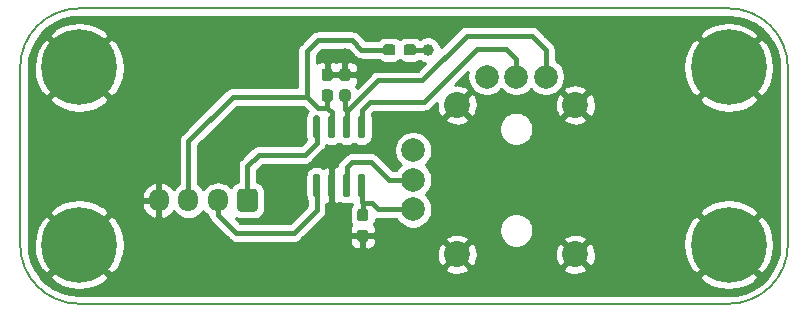
<source format=gbr>
%TF.GenerationSoftware,KiCad,Pcbnew,(5.1.6)-1*%
%TF.CreationDate,2021-04-13T16:40:33+02:00*%
%TF.ProjectId,11_Joystick,31315f4a-6f79-4737-9469-636b2e6b6963,rev?*%
%TF.SameCoordinates,Original*%
%TF.FileFunction,Copper,L1,Top*%
%TF.FilePolarity,Positive*%
%FSLAX46Y46*%
G04 Gerber Fmt 4.6, Leading zero omitted, Abs format (unit mm)*
G04 Created by KiCad (PCBNEW (5.1.6)-1) date 2021-04-13 16:40:33*
%MOMM*%
%LPD*%
G01*
G04 APERTURE LIST*
%TA.AperFunction,Profile*%
%ADD10C,0.150000*%
%TD*%
%TA.AperFunction,ComponentPad*%
%ADD11C,2.200000*%
%TD*%
%TA.AperFunction,ComponentPad*%
%ADD12C,2.000000*%
%TD*%
%TA.AperFunction,ComponentPad*%
%ADD13C,0.800000*%
%TD*%
%TA.AperFunction,ComponentPad*%
%ADD14C,6.400000*%
%TD*%
%TA.AperFunction,ComponentPad*%
%ADD15O,1.700000X1.950000*%
%TD*%
%TA.AperFunction,ViaPad*%
%ADD16C,1.000000*%
%TD*%
%TA.AperFunction,Conductor*%
%ADD17C,0.300000*%
%TD*%
%TA.AperFunction,Conductor*%
%ADD18C,0.400000*%
%TD*%
%TA.AperFunction,Conductor*%
%ADD19C,0.254000*%
%TD*%
G04 APERTURE END LIST*
D10*
X140000000Y-130000000D02*
X195000000Y-130000000D01*
X195000000Y-130000000D02*
G75*
G02*
X200000000Y-135000000I0J-5000000D01*
G01*
X200000000Y-150000000D02*
G75*
G02*
X195000000Y-155000000I-5000000J0D01*
G01*
X140000000Y-155000000D02*
G75*
G02*
X135000000Y-150000000I0J5000000D01*
G01*
X135000000Y-135000000D02*
G75*
G02*
X140000000Y-130000000I5000000J0D01*
G01*
X135000000Y-150000000D02*
X135000000Y-135000000D01*
X195000000Y-155000000D02*
X140000000Y-155000000D01*
X200000000Y-135000000D02*
X200000000Y-150000000D01*
D11*
%TO.P,U2,7*%
%TO.N,GND*%
X172000000Y-138175000D03*
%TO.P,U2,8*%
X172000000Y-150825000D03*
%TO.P,U2,9*%
X182000000Y-150825000D03*
%TO.P,U2,10*%
X182000000Y-138175000D03*
D12*
%TO.P,U2,1*%
%TO.N,mes1_0*%
X179500000Y-135770000D03*
%TO.P,U2,2*%
%TO.N,mes1_1*%
X177000000Y-135770000D03*
%TO.P,U2,3*%
%TO.N,Net-(R2-Pad2)*%
X174500000Y-135770000D03*
%TO.P,U2,6*%
%TO.N,mes0_0*%
X168270000Y-147000000D03*
%TO.P,U2,4*%
%TO.N,Net-(R2-Pad2)*%
X168270000Y-142000000D03*
%TO.P,U2,5*%
%TO.N,mes0_1*%
X168270000Y-144500000D03*
%TD*%
D13*
%TO.P,H3,1*%
%TO.N,GND*%
X196697056Y-148302944D03*
X195000000Y-147600000D03*
X193302944Y-148302944D03*
X192600000Y-150000000D03*
X193302944Y-151697056D03*
X195000000Y-152400000D03*
X196697056Y-151697056D03*
X197400000Y-150000000D03*
D14*
X195000000Y-150000000D03*
%TD*%
D13*
%TO.P,H1,1*%
%TO.N,GND*%
X141697056Y-133302944D03*
X140000000Y-132600000D03*
X138302944Y-133302944D03*
X137600000Y-135000000D03*
X138302944Y-136697056D03*
X140000000Y-137400000D03*
X141697056Y-136697056D03*
X142400000Y-135000000D03*
D14*
X140000000Y-135000000D03*
%TD*%
D13*
%TO.P,H2,1*%
%TO.N,GND*%
X196697056Y-133302944D03*
X195000000Y-132600000D03*
X193302944Y-133302944D03*
X192600000Y-135000000D03*
X193302944Y-136697056D03*
X195000000Y-137400000D03*
X196697056Y-136697056D03*
X197400000Y-135000000D03*
D14*
X195000000Y-135000000D03*
%TD*%
D13*
%TO.P,H4,1*%
%TO.N,GND*%
X141697056Y-148302944D03*
X140000000Y-147600000D03*
X138302944Y-148302944D03*
X137600000Y-150000000D03*
X138302944Y-151697056D03*
X140000000Y-152400000D03*
X141697056Y-151697056D03*
X142400000Y-150000000D03*
D14*
X140000000Y-150000000D03*
%TD*%
%TO.P,C1,1*%
%TO.N,3V3*%
%TA.AperFunction,SMDPad,CuDef*%
G36*
G01*
X161237500Y-137900000D02*
X160762500Y-137900000D01*
G75*
G02*
X160525000Y-137662500I0J237500D01*
G01*
X160525000Y-137087500D01*
G75*
G02*
X160762500Y-136850000I237500J0D01*
G01*
X161237500Y-136850000D01*
G75*
G02*
X161475000Y-137087500I0J-237500D01*
G01*
X161475000Y-137662500D01*
G75*
G02*
X161237500Y-137900000I-237500J0D01*
G01*
G37*
%TD.AperFunction*%
%TO.P,C1,2*%
%TO.N,GND*%
%TA.AperFunction,SMDPad,CuDef*%
G36*
G01*
X161237500Y-136150000D02*
X160762500Y-136150000D01*
G75*
G02*
X160525000Y-135912500I0J237500D01*
G01*
X160525000Y-135337500D01*
G75*
G02*
X160762500Y-135100000I237500J0D01*
G01*
X161237500Y-135100000D01*
G75*
G02*
X161475000Y-135337500I0J-237500D01*
G01*
X161475000Y-135912500D01*
G75*
G02*
X161237500Y-136150000I-237500J0D01*
G01*
G37*
%TD.AperFunction*%
%TD*%
%TO.P,J1,1*%
%TO.N,SDA*%
%TA.AperFunction,ComponentPad*%
G36*
G01*
X155100000Y-145525000D02*
X155100000Y-146975000D01*
G75*
G02*
X154850000Y-147225000I-250000J0D01*
G01*
X153650000Y-147225000D01*
G75*
G02*
X153400000Y-146975000I0J250000D01*
G01*
X153400000Y-145525000D01*
G75*
G02*
X153650000Y-145275000I250000J0D01*
G01*
X154850000Y-145275000D01*
G75*
G02*
X155100000Y-145525000I0J-250000D01*
G01*
G37*
%TD.AperFunction*%
D15*
%TO.P,J1,2*%
%TO.N,SCL*%
X151750000Y-146250000D03*
%TO.P,J1,3*%
%TO.N,3V3*%
X149250000Y-146250000D03*
%TO.P,J1,4*%
%TO.N,GND*%
X146750000Y-146250000D03*
%TD*%
%TO.P,R1,1*%
%TO.N,GND*%
%TA.AperFunction,SMDPad,CuDef*%
G36*
G01*
X162262500Y-135100000D02*
X162737500Y-135100000D01*
G75*
G02*
X162975000Y-135337500I0J-237500D01*
G01*
X162975000Y-135912500D01*
G75*
G02*
X162737500Y-136150000I-237500J0D01*
G01*
X162262500Y-136150000D01*
G75*
G02*
X162025000Y-135912500I0J237500D01*
G01*
X162025000Y-135337500D01*
G75*
G02*
X162262500Y-135100000I237500J0D01*
G01*
G37*
%TD.AperFunction*%
%TO.P,R1,2*%
%TO.N,mes1_0*%
%TA.AperFunction,SMDPad,CuDef*%
G36*
G01*
X162262500Y-136850000D02*
X162737500Y-136850000D01*
G75*
G02*
X162975000Y-137087500I0J-237500D01*
G01*
X162975000Y-137662500D01*
G75*
G02*
X162737500Y-137900000I-237500J0D01*
G01*
X162262500Y-137900000D01*
G75*
G02*
X162025000Y-137662500I0J237500D01*
G01*
X162025000Y-137087500D01*
G75*
G02*
X162262500Y-136850000I237500J0D01*
G01*
G37*
%TD.AperFunction*%
%TD*%
%TO.P,R2,1*%
%TO.N,3V3*%
%TA.AperFunction,SMDPad,CuDef*%
G36*
G01*
X165725000Y-133737500D02*
X165725000Y-133262500D01*
G75*
G02*
X165962500Y-133025000I237500J0D01*
G01*
X166537500Y-133025000D01*
G75*
G02*
X166775000Y-133262500I0J-237500D01*
G01*
X166775000Y-133737500D01*
G75*
G02*
X166537500Y-133975000I-237500J0D01*
G01*
X165962500Y-133975000D01*
G75*
G02*
X165725000Y-133737500I0J237500D01*
G01*
G37*
%TD.AperFunction*%
%TO.P,R2,2*%
%TO.N,Net-(R2-Pad2)*%
%TA.AperFunction,SMDPad,CuDef*%
G36*
G01*
X167475000Y-133737500D02*
X167475000Y-133262500D01*
G75*
G02*
X167712500Y-133025000I237500J0D01*
G01*
X168287500Y-133025000D01*
G75*
G02*
X168525000Y-133262500I0J-237500D01*
G01*
X168525000Y-133737500D01*
G75*
G02*
X168287500Y-133975000I-237500J0D01*
G01*
X167712500Y-133975000D01*
G75*
G02*
X167475000Y-133737500I0J237500D01*
G01*
G37*
%TD.AperFunction*%
%TD*%
%TO.P,R3,2*%
%TO.N,mes0_0*%
%TA.AperFunction,SMDPad,CuDef*%
G36*
G01*
X164237500Y-148025000D02*
X163762500Y-148025000D01*
G75*
G02*
X163525000Y-147787500I0J237500D01*
G01*
X163525000Y-147212500D01*
G75*
G02*
X163762500Y-146975000I237500J0D01*
G01*
X164237500Y-146975000D01*
G75*
G02*
X164475000Y-147212500I0J-237500D01*
G01*
X164475000Y-147787500D01*
G75*
G02*
X164237500Y-148025000I-237500J0D01*
G01*
G37*
%TD.AperFunction*%
%TO.P,R3,1*%
%TO.N,GND*%
%TA.AperFunction,SMDPad,CuDef*%
G36*
G01*
X164237500Y-149775000D02*
X163762500Y-149775000D01*
G75*
G02*
X163525000Y-149537500I0J237500D01*
G01*
X163525000Y-148962500D01*
G75*
G02*
X163762500Y-148725000I237500J0D01*
G01*
X164237500Y-148725000D01*
G75*
G02*
X164475000Y-148962500I0J-237500D01*
G01*
X164475000Y-149537500D01*
G75*
G02*
X164237500Y-149775000I-237500J0D01*
G01*
G37*
%TD.AperFunction*%
%TD*%
%TO.P,U1,1*%
%TO.N,mes1_1*%
%TA.AperFunction,SMDPad,CuDef*%
G36*
G01*
X163755000Y-139050000D02*
X164055000Y-139050000D01*
G75*
G02*
X164205000Y-139200000I0J-150000D01*
G01*
X164205000Y-140850000D01*
G75*
G02*
X164055000Y-141000000I-150000J0D01*
G01*
X163755000Y-141000000D01*
G75*
G02*
X163605000Y-140850000I0J150000D01*
G01*
X163605000Y-139200000D01*
G75*
G02*
X163755000Y-139050000I150000J0D01*
G01*
G37*
%TD.AperFunction*%
%TO.P,U1,2*%
%TO.N,mes1_0*%
%TA.AperFunction,SMDPad,CuDef*%
G36*
G01*
X162485000Y-139050000D02*
X162785000Y-139050000D01*
G75*
G02*
X162935000Y-139200000I0J-150000D01*
G01*
X162935000Y-140850000D01*
G75*
G02*
X162785000Y-141000000I-150000J0D01*
G01*
X162485000Y-141000000D01*
G75*
G02*
X162335000Y-140850000I0J150000D01*
G01*
X162335000Y-139200000D01*
G75*
G02*
X162485000Y-139050000I150000J0D01*
G01*
G37*
%TD.AperFunction*%
%TO.P,U1,3*%
%TO.N,3V3*%
%TA.AperFunction,SMDPad,CuDef*%
G36*
G01*
X161215000Y-139050000D02*
X161515000Y-139050000D01*
G75*
G02*
X161665000Y-139200000I0J-150000D01*
G01*
X161665000Y-140850000D01*
G75*
G02*
X161515000Y-141000000I-150000J0D01*
G01*
X161215000Y-141000000D01*
G75*
G02*
X161065000Y-140850000I0J150000D01*
G01*
X161065000Y-139200000D01*
G75*
G02*
X161215000Y-139050000I150000J0D01*
G01*
G37*
%TD.AperFunction*%
%TO.P,U1,4*%
%TO.N,SDA*%
%TA.AperFunction,SMDPad,CuDef*%
G36*
G01*
X159945000Y-139050000D02*
X160245000Y-139050000D01*
G75*
G02*
X160395000Y-139200000I0J-150000D01*
G01*
X160395000Y-140850000D01*
G75*
G02*
X160245000Y-141000000I-150000J0D01*
G01*
X159945000Y-141000000D01*
G75*
G02*
X159795000Y-140850000I0J150000D01*
G01*
X159795000Y-139200000D01*
G75*
G02*
X159945000Y-139050000I150000J0D01*
G01*
G37*
%TD.AperFunction*%
%TO.P,U1,5*%
%TO.N,SCL*%
%TA.AperFunction,SMDPad,CuDef*%
G36*
G01*
X159945000Y-144000000D02*
X160245000Y-144000000D01*
G75*
G02*
X160395000Y-144150000I0J-150000D01*
G01*
X160395000Y-145800000D01*
G75*
G02*
X160245000Y-145950000I-150000J0D01*
G01*
X159945000Y-145950000D01*
G75*
G02*
X159795000Y-145800000I0J150000D01*
G01*
X159795000Y-144150000D01*
G75*
G02*
X159945000Y-144000000I150000J0D01*
G01*
G37*
%TD.AperFunction*%
%TO.P,U1,6*%
%TO.N,GND*%
%TA.AperFunction,SMDPad,CuDef*%
G36*
G01*
X161215000Y-144000000D02*
X161515000Y-144000000D01*
G75*
G02*
X161665000Y-144150000I0J-150000D01*
G01*
X161665000Y-145800000D01*
G75*
G02*
X161515000Y-145950000I-150000J0D01*
G01*
X161215000Y-145950000D01*
G75*
G02*
X161065000Y-145800000I0J150000D01*
G01*
X161065000Y-144150000D01*
G75*
G02*
X161215000Y-144000000I150000J0D01*
G01*
G37*
%TD.AperFunction*%
%TO.P,U1,7*%
%TO.N,mes0_1*%
%TA.AperFunction,SMDPad,CuDef*%
G36*
G01*
X162485000Y-144000000D02*
X162785000Y-144000000D01*
G75*
G02*
X162935000Y-144150000I0J-150000D01*
G01*
X162935000Y-145800000D01*
G75*
G02*
X162785000Y-145950000I-150000J0D01*
G01*
X162485000Y-145950000D01*
G75*
G02*
X162335000Y-145800000I0J150000D01*
G01*
X162335000Y-144150000D01*
G75*
G02*
X162485000Y-144000000I150000J0D01*
G01*
G37*
%TD.AperFunction*%
%TO.P,U1,8*%
%TO.N,mes0_0*%
%TA.AperFunction,SMDPad,CuDef*%
G36*
G01*
X163755000Y-144000000D02*
X164055000Y-144000000D01*
G75*
G02*
X164205000Y-144150000I0J-150000D01*
G01*
X164205000Y-145800000D01*
G75*
G02*
X164055000Y-145950000I-150000J0D01*
G01*
X163755000Y-145950000D01*
G75*
G02*
X163605000Y-145800000I0J150000D01*
G01*
X163605000Y-144150000D01*
G75*
G02*
X163755000Y-144000000I150000J0D01*
G01*
G37*
%TD.AperFunction*%
%TD*%
D16*
%TO.N,GND*%
X162500000Y-133900000D03*
X161400000Y-147100000D03*
X164000000Y-151100000D03*
X150000000Y-133900000D03*
X155000000Y-133900000D03*
X150000000Y-150000000D03*
X160000000Y-150000000D03*
X190000000Y-145000000D03*
X190000000Y-140000000D03*
X190000000Y-135000000D03*
X185000000Y-135000000D03*
X155000000Y-140000000D03*
X145000000Y-140000000D03*
%TO.N,Net-(R2-Pad2)*%
X169500000Y-133500000D03*
%TD*%
D17*
%TO.N,GND*%
X197358000Y-147642000D02*
X195000000Y-150000000D01*
D18*
X162500000Y-135625000D02*
X162500000Y-133900000D01*
X161000000Y-135625000D02*
X161000000Y-133900000D01*
X161000000Y-133900000D02*
X162500000Y-133900000D01*
X161365000Y-144975000D02*
X161365000Y-147065000D01*
X161365000Y-147065000D02*
X161400000Y-147100000D01*
X164000000Y-149250000D02*
X164000000Y-151100000D01*
%TO.N,SCL*%
X160095000Y-144975000D02*
X160095000Y-147105000D01*
X160095000Y-147105000D02*
X158200000Y-149000000D01*
X158200000Y-149000000D02*
X153300000Y-149000000D01*
X151750000Y-147450000D02*
X151750000Y-146250000D01*
X153300000Y-149000000D02*
X151750000Y-147450000D01*
%TO.N,SDA*%
X160095000Y-140025000D02*
X160095000Y-141405000D01*
X160095000Y-141405000D02*
X159100000Y-142400000D01*
X159100000Y-142400000D02*
X155200000Y-142400000D01*
X154250000Y-143350000D02*
X154250000Y-146250000D01*
X155200000Y-142400000D02*
X154250000Y-143350000D01*
%TO.N,3V3*%
X161365000Y-140025000D02*
X161365000Y-138765000D01*
X161000000Y-138400000D02*
X161000000Y-137375000D01*
X161365000Y-138765000D02*
X161000000Y-138400000D01*
X166250000Y-133500000D02*
X163900000Y-133500000D01*
X163900000Y-133500000D02*
X163100000Y-132700000D01*
X163100000Y-132700000D02*
X160200000Y-132700000D01*
X160200000Y-132700000D02*
X159300000Y-133600000D01*
X159300000Y-133600000D02*
X159300000Y-137500000D01*
X160200000Y-138400000D02*
X161000000Y-138400000D01*
X159300000Y-137500000D02*
X160200000Y-138400000D01*
X149250000Y-146250000D02*
X149250000Y-141250000D01*
X153000000Y-137500000D02*
X159300000Y-137500000D01*
X149250000Y-141250000D02*
X153000000Y-137500000D01*
%TO.N,Net-(R2-Pad2)*%
X168000000Y-133500000D02*
X169000000Y-133500000D01*
X169000000Y-133500000D02*
X169200000Y-133500000D01*
X168000000Y-133500000D02*
X169500000Y-133500000D01*
%TO.N,mes1_0*%
X162635000Y-140025000D02*
X162635000Y-138635000D01*
X162500000Y-138500000D02*
X162500000Y-137375000D01*
X162635000Y-138635000D02*
X162500000Y-138500000D01*
X162635000Y-138635000D02*
X162765000Y-138635000D01*
X162765000Y-138635000D02*
X165300000Y-136100000D01*
X165300000Y-136100000D02*
X169000000Y-136100000D01*
X169000000Y-136100000D02*
X172800000Y-132300000D01*
X172800000Y-132300000D02*
X178300000Y-132300000D01*
X179500000Y-133500000D02*
X179500000Y-135770000D01*
X178300000Y-132300000D02*
X179500000Y-133500000D01*
%TO.N,mes0_0*%
X163905000Y-144975000D02*
X163905000Y-146405000D01*
X164000000Y-146500000D02*
X164000000Y-147500000D01*
X163905000Y-146405000D02*
X164000000Y-146500000D01*
X168270000Y-147000000D02*
X165300000Y-147000000D01*
X164800000Y-146500000D02*
X164000000Y-146500000D01*
X165300000Y-147000000D02*
X164800000Y-146500000D01*
%TO.N,mes1_1*%
X163905000Y-140025000D02*
X163905000Y-138595000D01*
X163905000Y-138595000D02*
X164600000Y-137900000D01*
X164600000Y-137900000D02*
X169200000Y-137900000D01*
X169200000Y-137900000D02*
X173700000Y-133400000D01*
X173700000Y-133400000D02*
X176100000Y-133400000D01*
X177000000Y-134300000D02*
X177000000Y-135770000D01*
X176100000Y-133400000D02*
X177000000Y-134300000D01*
%TO.N,mes0_1*%
X162635000Y-144975000D02*
X162635000Y-143465000D01*
X162635000Y-143465000D02*
X163100000Y-143000000D01*
X163100000Y-143000000D02*
X164700000Y-143000000D01*
X166200000Y-144500000D02*
X168270000Y-144500000D01*
X164700000Y-143000000D02*
X166200000Y-144500000D01*
%TD*%
D19*
%TO.N,GND*%
G36*
X195759192Y-130780578D02*
G01*
X196494389Y-130981705D01*
X197182351Y-131309846D01*
X197801331Y-131754628D01*
X198331761Y-132301988D01*
X198756884Y-132934639D01*
X199063251Y-133632561D01*
X199242499Y-134379183D01*
X199290000Y-135026030D01*
X199290001Y-149968370D01*
X199219422Y-150759193D01*
X199018295Y-151494389D01*
X198690152Y-152182355D01*
X198245374Y-152801328D01*
X197698012Y-153331761D01*
X197065362Y-153756883D01*
X196367439Y-154063251D01*
X195620819Y-154242499D01*
X194973970Y-154290000D01*
X140031618Y-154290000D01*
X139240807Y-154219422D01*
X138505611Y-154018295D01*
X137817645Y-153690152D01*
X137198672Y-153245374D01*
X136671020Y-152700881D01*
X137478724Y-152700881D01*
X137838912Y-153190548D01*
X138502882Y-153550849D01*
X139224385Y-153774694D01*
X139975695Y-153853480D01*
X140727938Y-153784178D01*
X141452208Y-153569452D01*
X142120670Y-153217555D01*
X142161088Y-153190548D01*
X142521276Y-152700881D01*
X192478724Y-152700881D01*
X192838912Y-153190548D01*
X193502882Y-153550849D01*
X194224385Y-153774694D01*
X194975695Y-153853480D01*
X195727938Y-153784178D01*
X196452208Y-153569452D01*
X197120670Y-153217555D01*
X197161088Y-153190548D01*
X197521276Y-152700881D01*
X195000000Y-150179605D01*
X192478724Y-152700881D01*
X142521276Y-152700881D01*
X140000000Y-150179605D01*
X137478724Y-152700881D01*
X136671020Y-152700881D01*
X136668239Y-152698012D01*
X136243117Y-152065362D01*
X135936749Y-151367439D01*
X135757501Y-150620819D01*
X135710127Y-149975695D01*
X136146520Y-149975695D01*
X136215822Y-150727938D01*
X136430548Y-151452208D01*
X136782445Y-152120670D01*
X136809452Y-152161088D01*
X137299119Y-152521276D01*
X139820395Y-150000000D01*
X140179605Y-150000000D01*
X142700881Y-152521276D01*
X143190548Y-152161088D01*
X143260753Y-152031712D01*
X170972893Y-152031712D01*
X171080726Y-152306338D01*
X171387384Y-152457216D01*
X171717585Y-152545369D01*
X172058639Y-152567409D01*
X172397439Y-152522489D01*
X172720966Y-152412336D01*
X172919274Y-152306338D01*
X173027107Y-152031712D01*
X180972893Y-152031712D01*
X181080726Y-152306338D01*
X181387384Y-152457216D01*
X181717585Y-152545369D01*
X182058639Y-152567409D01*
X182397439Y-152522489D01*
X182720966Y-152412336D01*
X182919274Y-152306338D01*
X183027107Y-152031712D01*
X182000000Y-151004605D01*
X180972893Y-152031712D01*
X173027107Y-152031712D01*
X172000000Y-151004605D01*
X170972893Y-152031712D01*
X143260753Y-152031712D01*
X143550849Y-151497118D01*
X143741179Y-150883639D01*
X170257591Y-150883639D01*
X170302511Y-151222439D01*
X170412664Y-151545966D01*
X170518662Y-151744274D01*
X170793288Y-151852107D01*
X171820395Y-150825000D01*
X172179605Y-150825000D01*
X173206712Y-151852107D01*
X173481338Y-151744274D01*
X173632216Y-151437616D01*
X173720369Y-151107415D01*
X173734830Y-150883639D01*
X180257591Y-150883639D01*
X180302511Y-151222439D01*
X180412664Y-151545966D01*
X180518662Y-151744274D01*
X180793288Y-151852107D01*
X181820395Y-150825000D01*
X182179605Y-150825000D01*
X183206712Y-151852107D01*
X183481338Y-151744274D01*
X183632216Y-151437616D01*
X183720369Y-151107415D01*
X183742409Y-150766361D01*
X183697489Y-150427561D01*
X183587336Y-150104034D01*
X183518738Y-149975695D01*
X191146520Y-149975695D01*
X191215822Y-150727938D01*
X191430548Y-151452208D01*
X191782445Y-152120670D01*
X191809452Y-152161088D01*
X192299119Y-152521276D01*
X194820395Y-150000000D01*
X195179605Y-150000000D01*
X197700881Y-152521276D01*
X198190548Y-152161088D01*
X198550849Y-151497118D01*
X198774694Y-150775615D01*
X198853480Y-150024305D01*
X198784178Y-149272062D01*
X198569452Y-148547792D01*
X198217555Y-147879330D01*
X198190548Y-147838912D01*
X197700881Y-147478724D01*
X195179605Y-150000000D01*
X194820395Y-150000000D01*
X192299119Y-147478724D01*
X191809452Y-147838912D01*
X191449151Y-148502882D01*
X191225306Y-149224385D01*
X191146520Y-149975695D01*
X183518738Y-149975695D01*
X183481338Y-149905726D01*
X183206712Y-149797893D01*
X182179605Y-150825000D01*
X181820395Y-150825000D01*
X180793288Y-149797893D01*
X180518662Y-149905726D01*
X180367784Y-150212384D01*
X180279631Y-150542585D01*
X180257591Y-150883639D01*
X173734830Y-150883639D01*
X173742409Y-150766361D01*
X173697489Y-150427561D01*
X173587336Y-150104034D01*
X173481338Y-149905726D01*
X173206712Y-149797893D01*
X172179605Y-150825000D01*
X171820395Y-150825000D01*
X170793288Y-149797893D01*
X170518662Y-149905726D01*
X170367784Y-150212384D01*
X170279631Y-150542585D01*
X170257591Y-150883639D01*
X143741179Y-150883639D01*
X143774694Y-150775615D01*
X143853480Y-150024305D01*
X143784178Y-149272062D01*
X143569452Y-148547792D01*
X143217555Y-147879330D01*
X143190548Y-147838912D01*
X142700881Y-147478724D01*
X140179605Y-150000000D01*
X139820395Y-150000000D01*
X137299119Y-147478724D01*
X136809452Y-147838912D01*
X136449151Y-148502882D01*
X136225306Y-149224385D01*
X136146520Y-149975695D01*
X135710127Y-149975695D01*
X135710000Y-149973970D01*
X135710000Y-147299119D01*
X137478724Y-147299119D01*
X140000000Y-149820395D01*
X142521276Y-147299119D01*
X142161088Y-146809452D01*
X141792184Y-146609267D01*
X145283680Y-146609267D01*
X145357558Y-146890830D01*
X145484947Y-147152570D01*
X145660951Y-147384429D01*
X145878807Y-147577496D01*
X146130142Y-147724352D01*
X146393110Y-147816476D01*
X146623000Y-147695155D01*
X146623000Y-146377000D01*
X145423835Y-146377000D01*
X145283680Y-146609267D01*
X141792184Y-146609267D01*
X141497118Y-146449151D01*
X140775615Y-146225306D01*
X140024305Y-146146520D01*
X139272062Y-146215822D01*
X138547792Y-146430548D01*
X137879330Y-146782445D01*
X137838912Y-146809452D01*
X137478724Y-147299119D01*
X135710000Y-147299119D01*
X135710000Y-145890733D01*
X145283680Y-145890733D01*
X145423835Y-146123000D01*
X146623000Y-146123000D01*
X146623000Y-144804845D01*
X146877000Y-144804845D01*
X146877000Y-146123000D01*
X146897000Y-146123000D01*
X146897000Y-146377000D01*
X146877000Y-146377000D01*
X146877000Y-147695155D01*
X147106890Y-147816476D01*
X147369858Y-147724352D01*
X147621193Y-147577496D01*
X147839049Y-147384429D01*
X147995538Y-147178278D01*
X148009294Y-147204013D01*
X148194866Y-147430134D01*
X148420986Y-147615706D01*
X148678966Y-147753599D01*
X148958889Y-147838513D01*
X149250000Y-147867185D01*
X149541110Y-147838513D01*
X149821033Y-147753599D01*
X150079013Y-147615706D01*
X150305134Y-147430134D01*
X150490706Y-147204014D01*
X150500000Y-147186626D01*
X150509294Y-147204013D01*
X150694866Y-147430134D01*
X150920986Y-147615706D01*
X150928992Y-147619985D01*
X150974828Y-147771086D01*
X151052364Y-147916145D01*
X151156709Y-148043291D01*
X151188579Y-148069446D01*
X152680559Y-149561426D01*
X152706709Y-149593291D01*
X152742553Y-149622707D01*
X152833854Y-149697636D01*
X152978913Y-149775172D01*
X153136311Y-149822918D01*
X153299999Y-149839040D01*
X153341018Y-149835000D01*
X158158982Y-149835000D01*
X158200000Y-149839040D01*
X158241018Y-149835000D01*
X158241019Y-149835000D01*
X158363689Y-149822918D01*
X158521087Y-149775172D01*
X158521408Y-149775000D01*
X162886928Y-149775000D01*
X162899188Y-149899482D01*
X162935498Y-150019180D01*
X162994463Y-150129494D01*
X163073815Y-150226185D01*
X163170506Y-150305537D01*
X163280820Y-150364502D01*
X163400518Y-150400812D01*
X163525000Y-150413072D01*
X163714250Y-150410000D01*
X163873000Y-150251250D01*
X163873000Y-149377000D01*
X164127000Y-149377000D01*
X164127000Y-150251250D01*
X164285750Y-150410000D01*
X164475000Y-150413072D01*
X164599482Y-150400812D01*
X164719180Y-150364502D01*
X164829494Y-150305537D01*
X164926185Y-150226185D01*
X165005537Y-150129494D01*
X165064502Y-150019180D01*
X165100812Y-149899482D01*
X165113072Y-149775000D01*
X165111060Y-149618288D01*
X170972893Y-149618288D01*
X172000000Y-150645395D01*
X173027107Y-149618288D01*
X172919274Y-149343662D01*
X172612616Y-149192784D01*
X172282415Y-149104631D01*
X171941361Y-149082591D01*
X171602561Y-149127511D01*
X171279034Y-149237664D01*
X171080726Y-149343662D01*
X170972893Y-149618288D01*
X165111060Y-149618288D01*
X165110000Y-149535750D01*
X164951250Y-149377000D01*
X164127000Y-149377000D01*
X163873000Y-149377000D01*
X163048750Y-149377000D01*
X162890000Y-149535750D01*
X162886928Y-149775000D01*
X158521408Y-149775000D01*
X158666146Y-149697636D01*
X158793291Y-149593291D01*
X158819446Y-149561421D01*
X160656432Y-147724437D01*
X160688291Y-147698291D01*
X160714838Y-147665944D01*
X160792636Y-147571146D01*
X160870172Y-147426087D01*
X160896286Y-147340000D01*
X160917918Y-147268689D01*
X160930000Y-147146019D01*
X160930000Y-147146018D01*
X160934040Y-147105000D01*
X160930000Y-147063982D01*
X160930000Y-146572621D01*
X160940518Y-146575812D01*
X161065000Y-146588072D01*
X161079250Y-146585000D01*
X161238000Y-146426250D01*
X161238000Y-145102000D01*
X161218000Y-145102000D01*
X161218000Y-144848000D01*
X161238000Y-144848000D01*
X161238000Y-143523750D01*
X161492000Y-143523750D01*
X161492000Y-144848000D01*
X161512000Y-144848000D01*
X161512000Y-145102000D01*
X161492000Y-145102000D01*
X161492000Y-146426250D01*
X161650750Y-146585000D01*
X161665000Y-146588072D01*
X161789482Y-146575812D01*
X161909180Y-146539502D01*
X162019494Y-146480537D01*
X162049064Y-146456270D01*
X162183418Y-146528084D01*
X162331255Y-146572929D01*
X162485000Y-146588072D01*
X162785000Y-146588072D01*
X162938745Y-146572929D01*
X163078329Y-146530587D01*
X163082082Y-146568688D01*
X163104092Y-146641246D01*
X163034488Y-146726058D01*
X162953577Y-146877433D01*
X162903752Y-147041684D01*
X162886928Y-147212500D01*
X162886928Y-147787500D01*
X162903752Y-147958316D01*
X162953577Y-148122567D01*
X163034488Y-148273942D01*
X163054099Y-148297839D01*
X162994463Y-148370506D01*
X162935498Y-148480820D01*
X162899188Y-148600518D01*
X162886928Y-148725000D01*
X162890000Y-148964250D01*
X163048750Y-149123000D01*
X163873000Y-149123000D01*
X163873000Y-149103000D01*
X164127000Y-149103000D01*
X164127000Y-149123000D01*
X164951250Y-149123000D01*
X165110000Y-148964250D01*
X165113072Y-148725000D01*
X165106297Y-148656203D01*
X175540000Y-148656203D01*
X175540000Y-148943797D01*
X175596107Y-149225866D01*
X175706165Y-149491569D01*
X175865944Y-149730696D01*
X176069304Y-149934056D01*
X176308431Y-150093835D01*
X176574134Y-150203893D01*
X176856203Y-150260000D01*
X177143797Y-150260000D01*
X177425866Y-150203893D01*
X177691569Y-150093835D01*
X177930696Y-149934056D01*
X178134056Y-149730696D01*
X178209164Y-149618288D01*
X180972893Y-149618288D01*
X182000000Y-150645395D01*
X183027107Y-149618288D01*
X182919274Y-149343662D01*
X182612616Y-149192784D01*
X182282415Y-149104631D01*
X181941361Y-149082591D01*
X181602561Y-149127511D01*
X181279034Y-149237664D01*
X181080726Y-149343662D01*
X180972893Y-149618288D01*
X178209164Y-149618288D01*
X178293835Y-149491569D01*
X178403893Y-149225866D01*
X178460000Y-148943797D01*
X178460000Y-148656203D01*
X178403893Y-148374134D01*
X178293835Y-148108431D01*
X178134056Y-147869304D01*
X177930696Y-147665944D01*
X177691569Y-147506165D01*
X177425866Y-147396107D01*
X177143797Y-147340000D01*
X176856203Y-147340000D01*
X176574134Y-147396107D01*
X176308431Y-147506165D01*
X176069304Y-147665944D01*
X175865944Y-147869304D01*
X175706165Y-148108431D01*
X175596107Y-148374134D01*
X175540000Y-148656203D01*
X165106297Y-148656203D01*
X165100812Y-148600518D01*
X165064502Y-148480820D01*
X165005537Y-148370506D01*
X164945901Y-148297839D01*
X164965512Y-148273942D01*
X165046423Y-148122567D01*
X165096248Y-147958316D01*
X165110359Y-147815046D01*
X165136311Y-147822918D01*
X165258981Y-147835000D01*
X165258982Y-147835000D01*
X165300000Y-147839040D01*
X165341018Y-147835000D01*
X166861532Y-147835000D01*
X167000013Y-148042252D01*
X167227748Y-148269987D01*
X167495537Y-148448918D01*
X167793088Y-148572168D01*
X168108967Y-148635000D01*
X168431033Y-148635000D01*
X168746912Y-148572168D01*
X169044463Y-148448918D01*
X169312252Y-148269987D01*
X169539987Y-148042252D01*
X169718918Y-147774463D01*
X169842168Y-147476912D01*
X169877533Y-147299119D01*
X192478724Y-147299119D01*
X195000000Y-149820395D01*
X197521276Y-147299119D01*
X197161088Y-146809452D01*
X196497118Y-146449151D01*
X195775615Y-146225306D01*
X195024305Y-146146520D01*
X194272062Y-146215822D01*
X193547792Y-146430548D01*
X192879330Y-146782445D01*
X192838912Y-146809452D01*
X192478724Y-147299119D01*
X169877533Y-147299119D01*
X169905000Y-147161033D01*
X169905000Y-146838967D01*
X169842168Y-146523088D01*
X169718918Y-146225537D01*
X169539987Y-145957748D01*
X169332239Y-145750000D01*
X169539987Y-145542252D01*
X169718918Y-145274463D01*
X169842168Y-144976912D01*
X169905000Y-144661033D01*
X169905000Y-144338967D01*
X169842168Y-144023088D01*
X169718918Y-143725537D01*
X169539987Y-143457748D01*
X169332239Y-143250000D01*
X169539987Y-143042252D01*
X169718918Y-142774463D01*
X169842168Y-142476912D01*
X169905000Y-142161033D01*
X169905000Y-141838967D01*
X169842168Y-141523088D01*
X169718918Y-141225537D01*
X169539987Y-140957748D01*
X169312252Y-140730013D01*
X169044463Y-140551082D01*
X168746912Y-140427832D01*
X168431033Y-140365000D01*
X168108967Y-140365000D01*
X167793088Y-140427832D01*
X167495537Y-140551082D01*
X167227748Y-140730013D01*
X167000013Y-140957748D01*
X166821082Y-141225537D01*
X166697832Y-141523088D01*
X166635000Y-141838967D01*
X166635000Y-142161033D01*
X166697832Y-142476912D01*
X166821082Y-142774463D01*
X167000013Y-143042252D01*
X167207761Y-143250000D01*
X167000013Y-143457748D01*
X166861532Y-143665000D01*
X166545868Y-143665000D01*
X165319446Y-142438579D01*
X165293291Y-142406709D01*
X165166146Y-142302364D01*
X165021087Y-142224828D01*
X164863689Y-142177082D01*
X164741019Y-142165000D01*
X164741018Y-142165000D01*
X164700000Y-142160960D01*
X164658982Y-142165000D01*
X163141007Y-142165000D01*
X163099999Y-142160961D01*
X163058991Y-142165000D01*
X163058981Y-142165000D01*
X162936311Y-142177082D01*
X162778913Y-142224828D01*
X162633854Y-142302364D01*
X162506709Y-142406709D01*
X162480554Y-142438579D01*
X162073574Y-142845559D01*
X162041710Y-142871709D01*
X162015562Y-142903571D01*
X161937364Y-142998855D01*
X161859828Y-143143914D01*
X161812082Y-143301312D01*
X161804457Y-143378731D01*
X161789482Y-143374188D01*
X161665000Y-143361928D01*
X161650750Y-143365000D01*
X161492000Y-143523750D01*
X161238000Y-143523750D01*
X161079250Y-143365000D01*
X161065000Y-143361928D01*
X160940518Y-143374188D01*
X160820820Y-143410498D01*
X160710506Y-143469463D01*
X160680936Y-143493730D01*
X160546582Y-143421916D01*
X160398745Y-143377071D01*
X160245000Y-143361928D01*
X159945000Y-143361928D01*
X159791255Y-143377071D01*
X159643418Y-143421916D01*
X159507171Y-143494742D01*
X159387749Y-143592749D01*
X159289742Y-143712171D01*
X159216916Y-143848418D01*
X159172071Y-143996255D01*
X159156928Y-144150000D01*
X159156928Y-145800000D01*
X159172071Y-145953745D01*
X159216916Y-146101582D01*
X159260001Y-146182187D01*
X159260001Y-146759130D01*
X157854133Y-148165000D01*
X153645868Y-148165000D01*
X153237515Y-147756648D01*
X153310150Y-147795472D01*
X153476746Y-147846008D01*
X153650000Y-147863072D01*
X154850000Y-147863072D01*
X155023254Y-147846008D01*
X155189850Y-147795472D01*
X155343386Y-147713405D01*
X155477962Y-147602962D01*
X155588405Y-147468386D01*
X155670472Y-147314850D01*
X155721008Y-147148254D01*
X155738072Y-146975000D01*
X155738072Y-145525000D01*
X155721008Y-145351746D01*
X155670472Y-145185150D01*
X155588405Y-145031614D01*
X155477962Y-144897038D01*
X155343386Y-144786595D01*
X155189850Y-144704528D01*
X155085000Y-144672722D01*
X155085000Y-143695868D01*
X155545868Y-143235000D01*
X159058982Y-143235000D01*
X159100000Y-143239040D01*
X159141018Y-143235000D01*
X159141019Y-143235000D01*
X159263689Y-143222918D01*
X159421087Y-143175172D01*
X159566146Y-143097636D01*
X159693291Y-142993291D01*
X159719446Y-142961421D01*
X160656426Y-142024442D01*
X160688291Y-141998291D01*
X160792636Y-141871146D01*
X160870172Y-141726087D01*
X160914929Y-141578542D01*
X161061255Y-141622929D01*
X161215000Y-141638072D01*
X161515000Y-141638072D01*
X161668745Y-141622929D01*
X161816582Y-141578084D01*
X161952829Y-141505258D01*
X162000000Y-141466546D01*
X162047171Y-141505258D01*
X162183418Y-141578084D01*
X162331255Y-141622929D01*
X162485000Y-141638072D01*
X162785000Y-141638072D01*
X162938745Y-141622929D01*
X163086582Y-141578084D01*
X163222829Y-141505258D01*
X163270000Y-141466546D01*
X163317171Y-141505258D01*
X163453418Y-141578084D01*
X163601255Y-141622929D01*
X163755000Y-141638072D01*
X164055000Y-141638072D01*
X164208745Y-141622929D01*
X164356582Y-141578084D01*
X164492829Y-141505258D01*
X164612251Y-141407251D01*
X164710258Y-141287829D01*
X164783084Y-141151582D01*
X164827929Y-141003745D01*
X164843072Y-140850000D01*
X164843072Y-140056203D01*
X175540000Y-140056203D01*
X175540000Y-140343797D01*
X175596107Y-140625866D01*
X175706165Y-140891569D01*
X175865944Y-141130696D01*
X176069304Y-141334056D01*
X176308431Y-141493835D01*
X176574134Y-141603893D01*
X176856203Y-141660000D01*
X177143797Y-141660000D01*
X177425866Y-141603893D01*
X177691569Y-141493835D01*
X177930696Y-141334056D01*
X178134056Y-141130696D01*
X178293835Y-140891569D01*
X178403893Y-140625866D01*
X178460000Y-140343797D01*
X178460000Y-140056203D01*
X178403893Y-139774134D01*
X178293835Y-139508431D01*
X178209165Y-139381712D01*
X180972893Y-139381712D01*
X181080726Y-139656338D01*
X181387384Y-139807216D01*
X181717585Y-139895369D01*
X182058639Y-139917409D01*
X182397439Y-139872489D01*
X182720966Y-139762336D01*
X182919274Y-139656338D01*
X183027107Y-139381712D01*
X182000000Y-138354605D01*
X180972893Y-139381712D01*
X178209165Y-139381712D01*
X178134056Y-139269304D01*
X177930696Y-139065944D01*
X177691569Y-138906165D01*
X177425866Y-138796107D01*
X177143797Y-138740000D01*
X176856203Y-138740000D01*
X176574134Y-138796107D01*
X176308431Y-138906165D01*
X176069304Y-139065944D01*
X175865944Y-139269304D01*
X175706165Y-139508431D01*
X175596107Y-139774134D01*
X175540000Y-140056203D01*
X164843072Y-140056203D01*
X164843072Y-139381712D01*
X170972893Y-139381712D01*
X171080726Y-139656338D01*
X171387384Y-139807216D01*
X171717585Y-139895369D01*
X172058639Y-139917409D01*
X172397439Y-139872489D01*
X172720966Y-139762336D01*
X172919274Y-139656338D01*
X173027107Y-139381712D01*
X172000000Y-138354605D01*
X170972893Y-139381712D01*
X164843072Y-139381712D01*
X164843072Y-139200000D01*
X164827929Y-139046255D01*
X164783084Y-138898418D01*
X164782863Y-138898004D01*
X164945868Y-138735000D01*
X169158982Y-138735000D01*
X169200000Y-138739040D01*
X169241018Y-138735000D01*
X169241019Y-138735000D01*
X169363689Y-138722918D01*
X169521087Y-138675172D01*
X169666146Y-138597636D01*
X169793291Y-138493291D01*
X169819446Y-138461421D01*
X170272125Y-138008743D01*
X170257591Y-138233639D01*
X170302511Y-138572439D01*
X170412664Y-138895966D01*
X170518662Y-139094274D01*
X170793288Y-139202107D01*
X171820395Y-138175000D01*
X172179605Y-138175000D01*
X173206712Y-139202107D01*
X173481338Y-139094274D01*
X173632216Y-138787616D01*
X173720369Y-138457415D01*
X173734830Y-138233639D01*
X180257591Y-138233639D01*
X180302511Y-138572439D01*
X180412664Y-138895966D01*
X180518662Y-139094274D01*
X180793288Y-139202107D01*
X181820395Y-138175000D01*
X182179605Y-138175000D01*
X183206712Y-139202107D01*
X183481338Y-139094274D01*
X183632216Y-138787616D01*
X183720369Y-138457415D01*
X183742409Y-138116361D01*
X183697489Y-137777561D01*
X183671382Y-137700881D01*
X192478724Y-137700881D01*
X192838912Y-138190548D01*
X193502882Y-138550849D01*
X194224385Y-138774694D01*
X194975695Y-138853480D01*
X195727938Y-138784178D01*
X196452208Y-138569452D01*
X197120670Y-138217555D01*
X197161088Y-138190548D01*
X197521276Y-137700881D01*
X195000000Y-135179605D01*
X192478724Y-137700881D01*
X183671382Y-137700881D01*
X183587336Y-137454034D01*
X183481338Y-137255726D01*
X183206712Y-137147893D01*
X182179605Y-138175000D01*
X181820395Y-138175000D01*
X180793288Y-137147893D01*
X180518662Y-137255726D01*
X180367784Y-137562384D01*
X180279631Y-137892585D01*
X180257591Y-138233639D01*
X173734830Y-138233639D01*
X173742409Y-138116361D01*
X173697489Y-137777561D01*
X173587336Y-137454034D01*
X173481338Y-137255726D01*
X173206712Y-137147893D01*
X172179605Y-138175000D01*
X171820395Y-138175000D01*
X171806253Y-138160858D01*
X171985858Y-137981253D01*
X172000000Y-137995395D01*
X173027107Y-136968288D01*
X172919274Y-136693662D01*
X172612616Y-136542784D01*
X172282415Y-136454631D01*
X171941361Y-136432591D01*
X171834048Y-136446819D01*
X172912947Y-135367921D01*
X172865000Y-135608967D01*
X172865000Y-135931033D01*
X172927832Y-136246912D01*
X173051082Y-136544463D01*
X173230013Y-136812252D01*
X173457748Y-137039987D01*
X173725537Y-137218918D01*
X174023088Y-137342168D01*
X174338967Y-137405000D01*
X174661033Y-137405000D01*
X174976912Y-137342168D01*
X175274463Y-137218918D01*
X175542252Y-137039987D01*
X175750000Y-136832239D01*
X175957748Y-137039987D01*
X176225537Y-137218918D01*
X176523088Y-137342168D01*
X176838967Y-137405000D01*
X177161033Y-137405000D01*
X177476912Y-137342168D01*
X177774463Y-137218918D01*
X178042252Y-137039987D01*
X178250000Y-136832239D01*
X178457748Y-137039987D01*
X178725537Y-137218918D01*
X179023088Y-137342168D01*
X179338967Y-137405000D01*
X179661033Y-137405000D01*
X179976912Y-137342168D01*
X180274463Y-137218918D01*
X180542252Y-137039987D01*
X180613951Y-136968288D01*
X180972893Y-136968288D01*
X182000000Y-137995395D01*
X183027107Y-136968288D01*
X182919274Y-136693662D01*
X182612616Y-136542784D01*
X182282415Y-136454631D01*
X181941361Y-136432591D01*
X181602561Y-136477511D01*
X181279034Y-136587664D01*
X181080726Y-136693662D01*
X180972893Y-136968288D01*
X180613951Y-136968288D01*
X180769987Y-136812252D01*
X180948918Y-136544463D01*
X181072168Y-136246912D01*
X181135000Y-135931033D01*
X181135000Y-135608967D01*
X181072168Y-135293088D01*
X180948918Y-134995537D01*
X180935660Y-134975695D01*
X191146520Y-134975695D01*
X191215822Y-135727938D01*
X191430548Y-136452208D01*
X191782445Y-137120670D01*
X191809452Y-137161088D01*
X192299119Y-137521276D01*
X194820395Y-135000000D01*
X195179605Y-135000000D01*
X197700881Y-137521276D01*
X198190548Y-137161088D01*
X198550849Y-136497118D01*
X198774694Y-135775615D01*
X198853480Y-135024305D01*
X198784178Y-134272062D01*
X198569452Y-133547792D01*
X198217555Y-132879330D01*
X198190548Y-132838912D01*
X197700881Y-132478724D01*
X195179605Y-135000000D01*
X194820395Y-135000000D01*
X192299119Y-132478724D01*
X191809452Y-132838912D01*
X191449151Y-133502882D01*
X191225306Y-134224385D01*
X191146520Y-134975695D01*
X180935660Y-134975695D01*
X180769987Y-134727748D01*
X180542252Y-134500013D01*
X180335000Y-134361532D01*
X180335000Y-133541007D01*
X180339039Y-133499999D01*
X180335000Y-133458991D01*
X180335000Y-133458981D01*
X180322918Y-133336311D01*
X180275172Y-133178913D01*
X180197636Y-133033854D01*
X180093291Y-132906709D01*
X180061428Y-132880560D01*
X179479987Y-132299119D01*
X192478724Y-132299119D01*
X195000000Y-134820395D01*
X197521276Y-132299119D01*
X197161088Y-131809452D01*
X196497118Y-131449151D01*
X195775615Y-131225306D01*
X195024305Y-131146520D01*
X194272062Y-131215822D01*
X193547792Y-131430548D01*
X192879330Y-131782445D01*
X192838912Y-131809452D01*
X192478724Y-132299119D01*
X179479987Y-132299119D01*
X178919446Y-131738579D01*
X178893291Y-131706709D01*
X178766146Y-131602364D01*
X178621087Y-131524828D01*
X178463689Y-131477082D01*
X178341019Y-131465000D01*
X178341018Y-131465000D01*
X178300000Y-131460960D01*
X178258982Y-131465000D01*
X172841018Y-131465000D01*
X172800000Y-131460960D01*
X172758982Y-131465000D01*
X172758981Y-131465000D01*
X172636311Y-131477082D01*
X172478913Y-131524828D01*
X172333854Y-131602364D01*
X172282354Y-131644629D01*
X172251704Y-131669783D01*
X172206709Y-131706709D01*
X172180563Y-131738568D01*
X170617732Y-133301400D01*
X170591383Y-133168933D01*
X170505824Y-132962376D01*
X170381612Y-132776480D01*
X170223520Y-132618388D01*
X170037624Y-132494176D01*
X169831067Y-132408617D01*
X169611788Y-132365000D01*
X169388212Y-132365000D01*
X169168933Y-132408617D01*
X168962376Y-132494176D01*
X168831433Y-132581670D01*
X168773942Y-132534488D01*
X168622567Y-132453577D01*
X168458316Y-132403752D01*
X168287500Y-132386928D01*
X167712500Y-132386928D01*
X167541684Y-132403752D01*
X167377433Y-132453577D01*
X167226058Y-132534488D01*
X167125000Y-132617425D01*
X167023942Y-132534488D01*
X166872567Y-132453577D01*
X166708316Y-132403752D01*
X166537500Y-132386928D01*
X165962500Y-132386928D01*
X165791684Y-132403752D01*
X165627433Y-132453577D01*
X165476058Y-132534488D01*
X165343377Y-132643377D01*
X165325631Y-132665000D01*
X164245868Y-132665000D01*
X163719445Y-132138578D01*
X163693291Y-132106709D01*
X163566146Y-132002364D01*
X163421087Y-131924828D01*
X163263689Y-131877082D01*
X163141019Y-131865000D01*
X163141018Y-131865000D01*
X163100000Y-131860960D01*
X163058982Y-131865000D01*
X160241015Y-131865000D01*
X160199999Y-131860960D01*
X160158983Y-131865000D01*
X160158981Y-131865000D01*
X160036311Y-131877082D01*
X159878913Y-131924828D01*
X159733854Y-132002364D01*
X159606709Y-132106709D01*
X159580558Y-132138574D01*
X158738579Y-132980554D01*
X158706709Y-133006709D01*
X158636973Y-133091684D01*
X158602364Y-133133855D01*
X158524828Y-133278914D01*
X158477082Y-133436312D01*
X158460960Y-133600000D01*
X158465000Y-133641019D01*
X158465001Y-136665000D01*
X153041018Y-136665000D01*
X153000000Y-136660960D01*
X152836311Y-136677082D01*
X152678913Y-136724828D01*
X152533854Y-136802364D01*
X152443323Y-136876661D01*
X152406709Y-136906709D01*
X152380563Y-136938568D01*
X148688574Y-140630559D01*
X148656710Y-140656709D01*
X148630562Y-140688571D01*
X148552364Y-140783855D01*
X148474828Y-140928914D01*
X148427082Y-141086312D01*
X148410960Y-141250000D01*
X148415001Y-141291028D01*
X148415000Y-144889207D01*
X148194866Y-145069866D01*
X148009294Y-145295986D01*
X147995538Y-145321722D01*
X147839049Y-145115571D01*
X147621193Y-144922504D01*
X147369858Y-144775648D01*
X147106890Y-144683524D01*
X146877000Y-144804845D01*
X146623000Y-144804845D01*
X146393110Y-144683524D01*
X146130142Y-144775648D01*
X145878807Y-144922504D01*
X145660951Y-145115571D01*
X145484947Y-145347430D01*
X145357558Y-145609170D01*
X145283680Y-145890733D01*
X135710000Y-145890733D01*
X135710000Y-137700881D01*
X137478724Y-137700881D01*
X137838912Y-138190548D01*
X138502882Y-138550849D01*
X139224385Y-138774694D01*
X139975695Y-138853480D01*
X140727938Y-138784178D01*
X141452208Y-138569452D01*
X142120670Y-138217555D01*
X142161088Y-138190548D01*
X142521276Y-137700881D01*
X140000000Y-135179605D01*
X137478724Y-137700881D01*
X135710000Y-137700881D01*
X135710000Y-135031618D01*
X135714991Y-134975695D01*
X136146520Y-134975695D01*
X136215822Y-135727938D01*
X136430548Y-136452208D01*
X136782445Y-137120670D01*
X136809452Y-137161088D01*
X137299119Y-137521276D01*
X139820395Y-135000000D01*
X140179605Y-135000000D01*
X142700881Y-137521276D01*
X143190548Y-137161088D01*
X143550849Y-136497118D01*
X143774694Y-135775615D01*
X143853480Y-135024305D01*
X143784178Y-134272062D01*
X143569452Y-133547792D01*
X143217555Y-132879330D01*
X143190548Y-132838912D01*
X142700881Y-132478724D01*
X140179605Y-135000000D01*
X139820395Y-135000000D01*
X137299119Y-132478724D01*
X136809452Y-132838912D01*
X136449151Y-133502882D01*
X136225306Y-134224385D01*
X136146520Y-134975695D01*
X135714991Y-134975695D01*
X135780578Y-134240808D01*
X135981705Y-133505611D01*
X136309846Y-132817649D01*
X136682447Y-132299119D01*
X137478724Y-132299119D01*
X140000000Y-134820395D01*
X142521276Y-132299119D01*
X142161088Y-131809452D01*
X141497118Y-131449151D01*
X140775615Y-131225306D01*
X140024305Y-131146520D01*
X139272062Y-131215822D01*
X138547792Y-131430548D01*
X137879330Y-131782445D01*
X137838912Y-131809452D01*
X137478724Y-132299119D01*
X136682447Y-132299119D01*
X136754628Y-132198669D01*
X137301988Y-131668239D01*
X137934639Y-131243116D01*
X138632561Y-130936749D01*
X139379183Y-130757501D01*
X140026030Y-130710000D01*
X194968382Y-130710000D01*
X195759192Y-130780578D01*
G37*
X195759192Y-130780578D02*
X196494389Y-130981705D01*
X197182351Y-131309846D01*
X197801331Y-131754628D01*
X198331761Y-132301988D01*
X198756884Y-132934639D01*
X199063251Y-133632561D01*
X199242499Y-134379183D01*
X199290000Y-135026030D01*
X199290001Y-149968370D01*
X199219422Y-150759193D01*
X199018295Y-151494389D01*
X198690152Y-152182355D01*
X198245374Y-152801328D01*
X197698012Y-153331761D01*
X197065362Y-153756883D01*
X196367439Y-154063251D01*
X195620819Y-154242499D01*
X194973970Y-154290000D01*
X140031618Y-154290000D01*
X139240807Y-154219422D01*
X138505611Y-154018295D01*
X137817645Y-153690152D01*
X137198672Y-153245374D01*
X136671020Y-152700881D01*
X137478724Y-152700881D01*
X137838912Y-153190548D01*
X138502882Y-153550849D01*
X139224385Y-153774694D01*
X139975695Y-153853480D01*
X140727938Y-153784178D01*
X141452208Y-153569452D01*
X142120670Y-153217555D01*
X142161088Y-153190548D01*
X142521276Y-152700881D01*
X192478724Y-152700881D01*
X192838912Y-153190548D01*
X193502882Y-153550849D01*
X194224385Y-153774694D01*
X194975695Y-153853480D01*
X195727938Y-153784178D01*
X196452208Y-153569452D01*
X197120670Y-153217555D01*
X197161088Y-153190548D01*
X197521276Y-152700881D01*
X195000000Y-150179605D01*
X192478724Y-152700881D01*
X142521276Y-152700881D01*
X140000000Y-150179605D01*
X137478724Y-152700881D01*
X136671020Y-152700881D01*
X136668239Y-152698012D01*
X136243117Y-152065362D01*
X135936749Y-151367439D01*
X135757501Y-150620819D01*
X135710127Y-149975695D01*
X136146520Y-149975695D01*
X136215822Y-150727938D01*
X136430548Y-151452208D01*
X136782445Y-152120670D01*
X136809452Y-152161088D01*
X137299119Y-152521276D01*
X139820395Y-150000000D01*
X140179605Y-150000000D01*
X142700881Y-152521276D01*
X143190548Y-152161088D01*
X143260753Y-152031712D01*
X170972893Y-152031712D01*
X171080726Y-152306338D01*
X171387384Y-152457216D01*
X171717585Y-152545369D01*
X172058639Y-152567409D01*
X172397439Y-152522489D01*
X172720966Y-152412336D01*
X172919274Y-152306338D01*
X173027107Y-152031712D01*
X180972893Y-152031712D01*
X181080726Y-152306338D01*
X181387384Y-152457216D01*
X181717585Y-152545369D01*
X182058639Y-152567409D01*
X182397439Y-152522489D01*
X182720966Y-152412336D01*
X182919274Y-152306338D01*
X183027107Y-152031712D01*
X182000000Y-151004605D01*
X180972893Y-152031712D01*
X173027107Y-152031712D01*
X172000000Y-151004605D01*
X170972893Y-152031712D01*
X143260753Y-152031712D01*
X143550849Y-151497118D01*
X143741179Y-150883639D01*
X170257591Y-150883639D01*
X170302511Y-151222439D01*
X170412664Y-151545966D01*
X170518662Y-151744274D01*
X170793288Y-151852107D01*
X171820395Y-150825000D01*
X172179605Y-150825000D01*
X173206712Y-151852107D01*
X173481338Y-151744274D01*
X173632216Y-151437616D01*
X173720369Y-151107415D01*
X173734830Y-150883639D01*
X180257591Y-150883639D01*
X180302511Y-151222439D01*
X180412664Y-151545966D01*
X180518662Y-151744274D01*
X180793288Y-151852107D01*
X181820395Y-150825000D01*
X182179605Y-150825000D01*
X183206712Y-151852107D01*
X183481338Y-151744274D01*
X183632216Y-151437616D01*
X183720369Y-151107415D01*
X183742409Y-150766361D01*
X183697489Y-150427561D01*
X183587336Y-150104034D01*
X183518738Y-149975695D01*
X191146520Y-149975695D01*
X191215822Y-150727938D01*
X191430548Y-151452208D01*
X191782445Y-152120670D01*
X191809452Y-152161088D01*
X192299119Y-152521276D01*
X194820395Y-150000000D01*
X195179605Y-150000000D01*
X197700881Y-152521276D01*
X198190548Y-152161088D01*
X198550849Y-151497118D01*
X198774694Y-150775615D01*
X198853480Y-150024305D01*
X198784178Y-149272062D01*
X198569452Y-148547792D01*
X198217555Y-147879330D01*
X198190548Y-147838912D01*
X197700881Y-147478724D01*
X195179605Y-150000000D01*
X194820395Y-150000000D01*
X192299119Y-147478724D01*
X191809452Y-147838912D01*
X191449151Y-148502882D01*
X191225306Y-149224385D01*
X191146520Y-149975695D01*
X183518738Y-149975695D01*
X183481338Y-149905726D01*
X183206712Y-149797893D01*
X182179605Y-150825000D01*
X181820395Y-150825000D01*
X180793288Y-149797893D01*
X180518662Y-149905726D01*
X180367784Y-150212384D01*
X180279631Y-150542585D01*
X180257591Y-150883639D01*
X173734830Y-150883639D01*
X173742409Y-150766361D01*
X173697489Y-150427561D01*
X173587336Y-150104034D01*
X173481338Y-149905726D01*
X173206712Y-149797893D01*
X172179605Y-150825000D01*
X171820395Y-150825000D01*
X170793288Y-149797893D01*
X170518662Y-149905726D01*
X170367784Y-150212384D01*
X170279631Y-150542585D01*
X170257591Y-150883639D01*
X143741179Y-150883639D01*
X143774694Y-150775615D01*
X143853480Y-150024305D01*
X143784178Y-149272062D01*
X143569452Y-148547792D01*
X143217555Y-147879330D01*
X143190548Y-147838912D01*
X142700881Y-147478724D01*
X140179605Y-150000000D01*
X139820395Y-150000000D01*
X137299119Y-147478724D01*
X136809452Y-147838912D01*
X136449151Y-148502882D01*
X136225306Y-149224385D01*
X136146520Y-149975695D01*
X135710127Y-149975695D01*
X135710000Y-149973970D01*
X135710000Y-147299119D01*
X137478724Y-147299119D01*
X140000000Y-149820395D01*
X142521276Y-147299119D01*
X142161088Y-146809452D01*
X141792184Y-146609267D01*
X145283680Y-146609267D01*
X145357558Y-146890830D01*
X145484947Y-147152570D01*
X145660951Y-147384429D01*
X145878807Y-147577496D01*
X146130142Y-147724352D01*
X146393110Y-147816476D01*
X146623000Y-147695155D01*
X146623000Y-146377000D01*
X145423835Y-146377000D01*
X145283680Y-146609267D01*
X141792184Y-146609267D01*
X141497118Y-146449151D01*
X140775615Y-146225306D01*
X140024305Y-146146520D01*
X139272062Y-146215822D01*
X138547792Y-146430548D01*
X137879330Y-146782445D01*
X137838912Y-146809452D01*
X137478724Y-147299119D01*
X135710000Y-147299119D01*
X135710000Y-145890733D01*
X145283680Y-145890733D01*
X145423835Y-146123000D01*
X146623000Y-146123000D01*
X146623000Y-144804845D01*
X146877000Y-144804845D01*
X146877000Y-146123000D01*
X146897000Y-146123000D01*
X146897000Y-146377000D01*
X146877000Y-146377000D01*
X146877000Y-147695155D01*
X147106890Y-147816476D01*
X147369858Y-147724352D01*
X147621193Y-147577496D01*
X147839049Y-147384429D01*
X147995538Y-147178278D01*
X148009294Y-147204013D01*
X148194866Y-147430134D01*
X148420986Y-147615706D01*
X148678966Y-147753599D01*
X148958889Y-147838513D01*
X149250000Y-147867185D01*
X149541110Y-147838513D01*
X149821033Y-147753599D01*
X150079013Y-147615706D01*
X150305134Y-147430134D01*
X150490706Y-147204014D01*
X150500000Y-147186626D01*
X150509294Y-147204013D01*
X150694866Y-147430134D01*
X150920986Y-147615706D01*
X150928992Y-147619985D01*
X150974828Y-147771086D01*
X151052364Y-147916145D01*
X151156709Y-148043291D01*
X151188579Y-148069446D01*
X152680559Y-149561426D01*
X152706709Y-149593291D01*
X152742553Y-149622707D01*
X152833854Y-149697636D01*
X152978913Y-149775172D01*
X153136311Y-149822918D01*
X153299999Y-149839040D01*
X153341018Y-149835000D01*
X158158982Y-149835000D01*
X158200000Y-149839040D01*
X158241018Y-149835000D01*
X158241019Y-149835000D01*
X158363689Y-149822918D01*
X158521087Y-149775172D01*
X158521408Y-149775000D01*
X162886928Y-149775000D01*
X162899188Y-149899482D01*
X162935498Y-150019180D01*
X162994463Y-150129494D01*
X163073815Y-150226185D01*
X163170506Y-150305537D01*
X163280820Y-150364502D01*
X163400518Y-150400812D01*
X163525000Y-150413072D01*
X163714250Y-150410000D01*
X163873000Y-150251250D01*
X163873000Y-149377000D01*
X164127000Y-149377000D01*
X164127000Y-150251250D01*
X164285750Y-150410000D01*
X164475000Y-150413072D01*
X164599482Y-150400812D01*
X164719180Y-150364502D01*
X164829494Y-150305537D01*
X164926185Y-150226185D01*
X165005537Y-150129494D01*
X165064502Y-150019180D01*
X165100812Y-149899482D01*
X165113072Y-149775000D01*
X165111060Y-149618288D01*
X170972893Y-149618288D01*
X172000000Y-150645395D01*
X173027107Y-149618288D01*
X172919274Y-149343662D01*
X172612616Y-149192784D01*
X172282415Y-149104631D01*
X171941361Y-149082591D01*
X171602561Y-149127511D01*
X171279034Y-149237664D01*
X171080726Y-149343662D01*
X170972893Y-149618288D01*
X165111060Y-149618288D01*
X165110000Y-149535750D01*
X164951250Y-149377000D01*
X164127000Y-149377000D01*
X163873000Y-149377000D01*
X163048750Y-149377000D01*
X162890000Y-149535750D01*
X162886928Y-149775000D01*
X158521408Y-149775000D01*
X158666146Y-149697636D01*
X158793291Y-149593291D01*
X158819446Y-149561421D01*
X160656432Y-147724437D01*
X160688291Y-147698291D01*
X160714838Y-147665944D01*
X160792636Y-147571146D01*
X160870172Y-147426087D01*
X160896286Y-147340000D01*
X160917918Y-147268689D01*
X160930000Y-147146019D01*
X160930000Y-147146018D01*
X160934040Y-147105000D01*
X160930000Y-147063982D01*
X160930000Y-146572621D01*
X160940518Y-146575812D01*
X161065000Y-146588072D01*
X161079250Y-146585000D01*
X161238000Y-146426250D01*
X161238000Y-145102000D01*
X161218000Y-145102000D01*
X161218000Y-144848000D01*
X161238000Y-144848000D01*
X161238000Y-143523750D01*
X161492000Y-143523750D01*
X161492000Y-144848000D01*
X161512000Y-144848000D01*
X161512000Y-145102000D01*
X161492000Y-145102000D01*
X161492000Y-146426250D01*
X161650750Y-146585000D01*
X161665000Y-146588072D01*
X161789482Y-146575812D01*
X161909180Y-146539502D01*
X162019494Y-146480537D01*
X162049064Y-146456270D01*
X162183418Y-146528084D01*
X162331255Y-146572929D01*
X162485000Y-146588072D01*
X162785000Y-146588072D01*
X162938745Y-146572929D01*
X163078329Y-146530587D01*
X163082082Y-146568688D01*
X163104092Y-146641246D01*
X163034488Y-146726058D01*
X162953577Y-146877433D01*
X162903752Y-147041684D01*
X162886928Y-147212500D01*
X162886928Y-147787500D01*
X162903752Y-147958316D01*
X162953577Y-148122567D01*
X163034488Y-148273942D01*
X163054099Y-148297839D01*
X162994463Y-148370506D01*
X162935498Y-148480820D01*
X162899188Y-148600518D01*
X162886928Y-148725000D01*
X162890000Y-148964250D01*
X163048750Y-149123000D01*
X163873000Y-149123000D01*
X163873000Y-149103000D01*
X164127000Y-149103000D01*
X164127000Y-149123000D01*
X164951250Y-149123000D01*
X165110000Y-148964250D01*
X165113072Y-148725000D01*
X165106297Y-148656203D01*
X175540000Y-148656203D01*
X175540000Y-148943797D01*
X175596107Y-149225866D01*
X175706165Y-149491569D01*
X175865944Y-149730696D01*
X176069304Y-149934056D01*
X176308431Y-150093835D01*
X176574134Y-150203893D01*
X176856203Y-150260000D01*
X177143797Y-150260000D01*
X177425866Y-150203893D01*
X177691569Y-150093835D01*
X177930696Y-149934056D01*
X178134056Y-149730696D01*
X178209164Y-149618288D01*
X180972893Y-149618288D01*
X182000000Y-150645395D01*
X183027107Y-149618288D01*
X182919274Y-149343662D01*
X182612616Y-149192784D01*
X182282415Y-149104631D01*
X181941361Y-149082591D01*
X181602561Y-149127511D01*
X181279034Y-149237664D01*
X181080726Y-149343662D01*
X180972893Y-149618288D01*
X178209164Y-149618288D01*
X178293835Y-149491569D01*
X178403893Y-149225866D01*
X178460000Y-148943797D01*
X178460000Y-148656203D01*
X178403893Y-148374134D01*
X178293835Y-148108431D01*
X178134056Y-147869304D01*
X177930696Y-147665944D01*
X177691569Y-147506165D01*
X177425866Y-147396107D01*
X177143797Y-147340000D01*
X176856203Y-147340000D01*
X176574134Y-147396107D01*
X176308431Y-147506165D01*
X176069304Y-147665944D01*
X175865944Y-147869304D01*
X175706165Y-148108431D01*
X175596107Y-148374134D01*
X175540000Y-148656203D01*
X165106297Y-148656203D01*
X165100812Y-148600518D01*
X165064502Y-148480820D01*
X165005537Y-148370506D01*
X164945901Y-148297839D01*
X164965512Y-148273942D01*
X165046423Y-148122567D01*
X165096248Y-147958316D01*
X165110359Y-147815046D01*
X165136311Y-147822918D01*
X165258981Y-147835000D01*
X165258982Y-147835000D01*
X165300000Y-147839040D01*
X165341018Y-147835000D01*
X166861532Y-147835000D01*
X167000013Y-148042252D01*
X167227748Y-148269987D01*
X167495537Y-148448918D01*
X167793088Y-148572168D01*
X168108967Y-148635000D01*
X168431033Y-148635000D01*
X168746912Y-148572168D01*
X169044463Y-148448918D01*
X169312252Y-148269987D01*
X169539987Y-148042252D01*
X169718918Y-147774463D01*
X169842168Y-147476912D01*
X169877533Y-147299119D01*
X192478724Y-147299119D01*
X195000000Y-149820395D01*
X197521276Y-147299119D01*
X197161088Y-146809452D01*
X196497118Y-146449151D01*
X195775615Y-146225306D01*
X195024305Y-146146520D01*
X194272062Y-146215822D01*
X193547792Y-146430548D01*
X192879330Y-146782445D01*
X192838912Y-146809452D01*
X192478724Y-147299119D01*
X169877533Y-147299119D01*
X169905000Y-147161033D01*
X169905000Y-146838967D01*
X169842168Y-146523088D01*
X169718918Y-146225537D01*
X169539987Y-145957748D01*
X169332239Y-145750000D01*
X169539987Y-145542252D01*
X169718918Y-145274463D01*
X169842168Y-144976912D01*
X169905000Y-144661033D01*
X169905000Y-144338967D01*
X169842168Y-144023088D01*
X169718918Y-143725537D01*
X169539987Y-143457748D01*
X169332239Y-143250000D01*
X169539987Y-143042252D01*
X169718918Y-142774463D01*
X169842168Y-142476912D01*
X169905000Y-142161033D01*
X169905000Y-141838967D01*
X169842168Y-141523088D01*
X169718918Y-141225537D01*
X169539987Y-140957748D01*
X169312252Y-140730013D01*
X169044463Y-140551082D01*
X168746912Y-140427832D01*
X168431033Y-140365000D01*
X168108967Y-140365000D01*
X167793088Y-140427832D01*
X167495537Y-140551082D01*
X167227748Y-140730013D01*
X167000013Y-140957748D01*
X166821082Y-141225537D01*
X166697832Y-141523088D01*
X166635000Y-141838967D01*
X166635000Y-142161033D01*
X166697832Y-142476912D01*
X166821082Y-142774463D01*
X167000013Y-143042252D01*
X167207761Y-143250000D01*
X167000013Y-143457748D01*
X166861532Y-143665000D01*
X166545868Y-143665000D01*
X165319446Y-142438579D01*
X165293291Y-142406709D01*
X165166146Y-142302364D01*
X165021087Y-142224828D01*
X164863689Y-142177082D01*
X164741019Y-142165000D01*
X164741018Y-142165000D01*
X164700000Y-142160960D01*
X164658982Y-142165000D01*
X163141007Y-142165000D01*
X163099999Y-142160961D01*
X163058991Y-142165000D01*
X163058981Y-142165000D01*
X162936311Y-142177082D01*
X162778913Y-142224828D01*
X162633854Y-142302364D01*
X162506709Y-142406709D01*
X162480554Y-142438579D01*
X162073574Y-142845559D01*
X162041710Y-142871709D01*
X162015562Y-142903571D01*
X161937364Y-142998855D01*
X161859828Y-143143914D01*
X161812082Y-143301312D01*
X161804457Y-143378731D01*
X161789482Y-143374188D01*
X161665000Y-143361928D01*
X161650750Y-143365000D01*
X161492000Y-143523750D01*
X161238000Y-143523750D01*
X161079250Y-143365000D01*
X161065000Y-143361928D01*
X160940518Y-143374188D01*
X160820820Y-143410498D01*
X160710506Y-143469463D01*
X160680936Y-143493730D01*
X160546582Y-143421916D01*
X160398745Y-143377071D01*
X160245000Y-143361928D01*
X159945000Y-143361928D01*
X159791255Y-143377071D01*
X159643418Y-143421916D01*
X159507171Y-143494742D01*
X159387749Y-143592749D01*
X159289742Y-143712171D01*
X159216916Y-143848418D01*
X159172071Y-143996255D01*
X159156928Y-144150000D01*
X159156928Y-145800000D01*
X159172071Y-145953745D01*
X159216916Y-146101582D01*
X159260001Y-146182187D01*
X159260001Y-146759130D01*
X157854133Y-148165000D01*
X153645868Y-148165000D01*
X153237515Y-147756648D01*
X153310150Y-147795472D01*
X153476746Y-147846008D01*
X153650000Y-147863072D01*
X154850000Y-147863072D01*
X155023254Y-147846008D01*
X155189850Y-147795472D01*
X155343386Y-147713405D01*
X155477962Y-147602962D01*
X155588405Y-147468386D01*
X155670472Y-147314850D01*
X155721008Y-147148254D01*
X155738072Y-146975000D01*
X155738072Y-145525000D01*
X155721008Y-145351746D01*
X155670472Y-145185150D01*
X155588405Y-145031614D01*
X155477962Y-144897038D01*
X155343386Y-144786595D01*
X155189850Y-144704528D01*
X155085000Y-144672722D01*
X155085000Y-143695868D01*
X155545868Y-143235000D01*
X159058982Y-143235000D01*
X159100000Y-143239040D01*
X159141018Y-143235000D01*
X159141019Y-143235000D01*
X159263689Y-143222918D01*
X159421087Y-143175172D01*
X159566146Y-143097636D01*
X159693291Y-142993291D01*
X159719446Y-142961421D01*
X160656426Y-142024442D01*
X160688291Y-141998291D01*
X160792636Y-141871146D01*
X160870172Y-141726087D01*
X160914929Y-141578542D01*
X161061255Y-141622929D01*
X161215000Y-141638072D01*
X161515000Y-141638072D01*
X161668745Y-141622929D01*
X161816582Y-141578084D01*
X161952829Y-141505258D01*
X162000000Y-141466546D01*
X162047171Y-141505258D01*
X162183418Y-141578084D01*
X162331255Y-141622929D01*
X162485000Y-141638072D01*
X162785000Y-141638072D01*
X162938745Y-141622929D01*
X163086582Y-141578084D01*
X163222829Y-141505258D01*
X163270000Y-141466546D01*
X163317171Y-141505258D01*
X163453418Y-141578084D01*
X163601255Y-141622929D01*
X163755000Y-141638072D01*
X164055000Y-141638072D01*
X164208745Y-141622929D01*
X164356582Y-141578084D01*
X164492829Y-141505258D01*
X164612251Y-141407251D01*
X164710258Y-141287829D01*
X164783084Y-141151582D01*
X164827929Y-141003745D01*
X164843072Y-140850000D01*
X164843072Y-140056203D01*
X175540000Y-140056203D01*
X175540000Y-140343797D01*
X175596107Y-140625866D01*
X175706165Y-140891569D01*
X175865944Y-141130696D01*
X176069304Y-141334056D01*
X176308431Y-141493835D01*
X176574134Y-141603893D01*
X176856203Y-141660000D01*
X177143797Y-141660000D01*
X177425866Y-141603893D01*
X177691569Y-141493835D01*
X177930696Y-141334056D01*
X178134056Y-141130696D01*
X178293835Y-140891569D01*
X178403893Y-140625866D01*
X178460000Y-140343797D01*
X178460000Y-140056203D01*
X178403893Y-139774134D01*
X178293835Y-139508431D01*
X178209165Y-139381712D01*
X180972893Y-139381712D01*
X181080726Y-139656338D01*
X181387384Y-139807216D01*
X181717585Y-139895369D01*
X182058639Y-139917409D01*
X182397439Y-139872489D01*
X182720966Y-139762336D01*
X182919274Y-139656338D01*
X183027107Y-139381712D01*
X182000000Y-138354605D01*
X180972893Y-139381712D01*
X178209165Y-139381712D01*
X178134056Y-139269304D01*
X177930696Y-139065944D01*
X177691569Y-138906165D01*
X177425866Y-138796107D01*
X177143797Y-138740000D01*
X176856203Y-138740000D01*
X176574134Y-138796107D01*
X176308431Y-138906165D01*
X176069304Y-139065944D01*
X175865944Y-139269304D01*
X175706165Y-139508431D01*
X175596107Y-139774134D01*
X175540000Y-140056203D01*
X164843072Y-140056203D01*
X164843072Y-139381712D01*
X170972893Y-139381712D01*
X171080726Y-139656338D01*
X171387384Y-139807216D01*
X171717585Y-139895369D01*
X172058639Y-139917409D01*
X172397439Y-139872489D01*
X172720966Y-139762336D01*
X172919274Y-139656338D01*
X173027107Y-139381712D01*
X172000000Y-138354605D01*
X170972893Y-139381712D01*
X164843072Y-139381712D01*
X164843072Y-139200000D01*
X164827929Y-139046255D01*
X164783084Y-138898418D01*
X164782863Y-138898004D01*
X164945868Y-138735000D01*
X169158982Y-138735000D01*
X169200000Y-138739040D01*
X169241018Y-138735000D01*
X169241019Y-138735000D01*
X169363689Y-138722918D01*
X169521087Y-138675172D01*
X169666146Y-138597636D01*
X169793291Y-138493291D01*
X169819446Y-138461421D01*
X170272125Y-138008743D01*
X170257591Y-138233639D01*
X170302511Y-138572439D01*
X170412664Y-138895966D01*
X170518662Y-139094274D01*
X170793288Y-139202107D01*
X171820395Y-138175000D01*
X172179605Y-138175000D01*
X173206712Y-139202107D01*
X173481338Y-139094274D01*
X173632216Y-138787616D01*
X173720369Y-138457415D01*
X173734830Y-138233639D01*
X180257591Y-138233639D01*
X180302511Y-138572439D01*
X180412664Y-138895966D01*
X180518662Y-139094274D01*
X180793288Y-139202107D01*
X181820395Y-138175000D01*
X182179605Y-138175000D01*
X183206712Y-139202107D01*
X183481338Y-139094274D01*
X183632216Y-138787616D01*
X183720369Y-138457415D01*
X183742409Y-138116361D01*
X183697489Y-137777561D01*
X183671382Y-137700881D01*
X192478724Y-137700881D01*
X192838912Y-138190548D01*
X193502882Y-138550849D01*
X194224385Y-138774694D01*
X194975695Y-138853480D01*
X195727938Y-138784178D01*
X196452208Y-138569452D01*
X197120670Y-138217555D01*
X197161088Y-138190548D01*
X197521276Y-137700881D01*
X195000000Y-135179605D01*
X192478724Y-137700881D01*
X183671382Y-137700881D01*
X183587336Y-137454034D01*
X183481338Y-137255726D01*
X183206712Y-137147893D01*
X182179605Y-138175000D01*
X181820395Y-138175000D01*
X180793288Y-137147893D01*
X180518662Y-137255726D01*
X180367784Y-137562384D01*
X180279631Y-137892585D01*
X180257591Y-138233639D01*
X173734830Y-138233639D01*
X173742409Y-138116361D01*
X173697489Y-137777561D01*
X173587336Y-137454034D01*
X173481338Y-137255726D01*
X173206712Y-137147893D01*
X172179605Y-138175000D01*
X171820395Y-138175000D01*
X171806253Y-138160858D01*
X171985858Y-137981253D01*
X172000000Y-137995395D01*
X173027107Y-136968288D01*
X172919274Y-136693662D01*
X172612616Y-136542784D01*
X172282415Y-136454631D01*
X171941361Y-136432591D01*
X171834048Y-136446819D01*
X172912947Y-135367921D01*
X172865000Y-135608967D01*
X172865000Y-135931033D01*
X172927832Y-136246912D01*
X173051082Y-136544463D01*
X173230013Y-136812252D01*
X173457748Y-137039987D01*
X173725537Y-137218918D01*
X174023088Y-137342168D01*
X174338967Y-137405000D01*
X174661033Y-137405000D01*
X174976912Y-137342168D01*
X175274463Y-137218918D01*
X175542252Y-137039987D01*
X175750000Y-136832239D01*
X175957748Y-137039987D01*
X176225537Y-137218918D01*
X176523088Y-137342168D01*
X176838967Y-137405000D01*
X177161033Y-137405000D01*
X177476912Y-137342168D01*
X177774463Y-137218918D01*
X178042252Y-137039987D01*
X178250000Y-136832239D01*
X178457748Y-137039987D01*
X178725537Y-137218918D01*
X179023088Y-137342168D01*
X179338967Y-137405000D01*
X179661033Y-137405000D01*
X179976912Y-137342168D01*
X180274463Y-137218918D01*
X180542252Y-137039987D01*
X180613951Y-136968288D01*
X180972893Y-136968288D01*
X182000000Y-137995395D01*
X183027107Y-136968288D01*
X182919274Y-136693662D01*
X182612616Y-136542784D01*
X182282415Y-136454631D01*
X181941361Y-136432591D01*
X181602561Y-136477511D01*
X181279034Y-136587664D01*
X181080726Y-136693662D01*
X180972893Y-136968288D01*
X180613951Y-136968288D01*
X180769987Y-136812252D01*
X180948918Y-136544463D01*
X181072168Y-136246912D01*
X181135000Y-135931033D01*
X181135000Y-135608967D01*
X181072168Y-135293088D01*
X180948918Y-134995537D01*
X180935660Y-134975695D01*
X191146520Y-134975695D01*
X191215822Y-135727938D01*
X191430548Y-136452208D01*
X191782445Y-137120670D01*
X191809452Y-137161088D01*
X192299119Y-137521276D01*
X194820395Y-135000000D01*
X195179605Y-135000000D01*
X197700881Y-137521276D01*
X198190548Y-137161088D01*
X198550849Y-136497118D01*
X198774694Y-135775615D01*
X198853480Y-135024305D01*
X198784178Y-134272062D01*
X198569452Y-133547792D01*
X198217555Y-132879330D01*
X198190548Y-132838912D01*
X197700881Y-132478724D01*
X195179605Y-135000000D01*
X194820395Y-135000000D01*
X192299119Y-132478724D01*
X191809452Y-132838912D01*
X191449151Y-133502882D01*
X191225306Y-134224385D01*
X191146520Y-134975695D01*
X180935660Y-134975695D01*
X180769987Y-134727748D01*
X180542252Y-134500013D01*
X180335000Y-134361532D01*
X180335000Y-133541007D01*
X180339039Y-133499999D01*
X180335000Y-133458991D01*
X180335000Y-133458981D01*
X180322918Y-133336311D01*
X180275172Y-133178913D01*
X180197636Y-133033854D01*
X180093291Y-132906709D01*
X180061428Y-132880560D01*
X179479987Y-132299119D01*
X192478724Y-132299119D01*
X195000000Y-134820395D01*
X197521276Y-132299119D01*
X197161088Y-131809452D01*
X196497118Y-131449151D01*
X195775615Y-131225306D01*
X195024305Y-131146520D01*
X194272062Y-131215822D01*
X193547792Y-131430548D01*
X192879330Y-131782445D01*
X192838912Y-131809452D01*
X192478724Y-132299119D01*
X179479987Y-132299119D01*
X178919446Y-131738579D01*
X178893291Y-131706709D01*
X178766146Y-131602364D01*
X178621087Y-131524828D01*
X178463689Y-131477082D01*
X178341019Y-131465000D01*
X178341018Y-131465000D01*
X178300000Y-131460960D01*
X178258982Y-131465000D01*
X172841018Y-131465000D01*
X172800000Y-131460960D01*
X172758982Y-131465000D01*
X172758981Y-131465000D01*
X172636311Y-131477082D01*
X172478913Y-131524828D01*
X172333854Y-131602364D01*
X172282354Y-131644629D01*
X172251704Y-131669783D01*
X172206709Y-131706709D01*
X172180563Y-131738568D01*
X170617732Y-133301400D01*
X170591383Y-133168933D01*
X170505824Y-132962376D01*
X170381612Y-132776480D01*
X170223520Y-132618388D01*
X170037624Y-132494176D01*
X169831067Y-132408617D01*
X169611788Y-132365000D01*
X169388212Y-132365000D01*
X169168933Y-132408617D01*
X168962376Y-132494176D01*
X168831433Y-132581670D01*
X168773942Y-132534488D01*
X168622567Y-132453577D01*
X168458316Y-132403752D01*
X168287500Y-132386928D01*
X167712500Y-132386928D01*
X167541684Y-132403752D01*
X167377433Y-132453577D01*
X167226058Y-132534488D01*
X167125000Y-132617425D01*
X167023942Y-132534488D01*
X166872567Y-132453577D01*
X166708316Y-132403752D01*
X166537500Y-132386928D01*
X165962500Y-132386928D01*
X165791684Y-132403752D01*
X165627433Y-132453577D01*
X165476058Y-132534488D01*
X165343377Y-132643377D01*
X165325631Y-132665000D01*
X164245868Y-132665000D01*
X163719445Y-132138578D01*
X163693291Y-132106709D01*
X163566146Y-132002364D01*
X163421087Y-131924828D01*
X163263689Y-131877082D01*
X163141019Y-131865000D01*
X163141018Y-131865000D01*
X163100000Y-131860960D01*
X163058982Y-131865000D01*
X160241015Y-131865000D01*
X160199999Y-131860960D01*
X160158983Y-131865000D01*
X160158981Y-131865000D01*
X160036311Y-131877082D01*
X159878913Y-131924828D01*
X159733854Y-132002364D01*
X159606709Y-132106709D01*
X159580558Y-132138574D01*
X158738579Y-132980554D01*
X158706709Y-133006709D01*
X158636973Y-133091684D01*
X158602364Y-133133855D01*
X158524828Y-133278914D01*
X158477082Y-133436312D01*
X158460960Y-133600000D01*
X158465000Y-133641019D01*
X158465001Y-136665000D01*
X153041018Y-136665000D01*
X153000000Y-136660960D01*
X152836311Y-136677082D01*
X152678913Y-136724828D01*
X152533854Y-136802364D01*
X152443323Y-136876661D01*
X152406709Y-136906709D01*
X152380563Y-136938568D01*
X148688574Y-140630559D01*
X148656710Y-140656709D01*
X148630562Y-140688571D01*
X148552364Y-140783855D01*
X148474828Y-140928914D01*
X148427082Y-141086312D01*
X148410960Y-141250000D01*
X148415001Y-141291028D01*
X148415000Y-144889207D01*
X148194866Y-145069866D01*
X148009294Y-145295986D01*
X147995538Y-145321722D01*
X147839049Y-145115571D01*
X147621193Y-144922504D01*
X147369858Y-144775648D01*
X147106890Y-144683524D01*
X146877000Y-144804845D01*
X146623000Y-144804845D01*
X146393110Y-144683524D01*
X146130142Y-144775648D01*
X145878807Y-144922504D01*
X145660951Y-145115571D01*
X145484947Y-145347430D01*
X145357558Y-145609170D01*
X145283680Y-145890733D01*
X135710000Y-145890733D01*
X135710000Y-137700881D01*
X137478724Y-137700881D01*
X137838912Y-138190548D01*
X138502882Y-138550849D01*
X139224385Y-138774694D01*
X139975695Y-138853480D01*
X140727938Y-138784178D01*
X141452208Y-138569452D01*
X142120670Y-138217555D01*
X142161088Y-138190548D01*
X142521276Y-137700881D01*
X140000000Y-135179605D01*
X137478724Y-137700881D01*
X135710000Y-137700881D01*
X135710000Y-135031618D01*
X135714991Y-134975695D01*
X136146520Y-134975695D01*
X136215822Y-135727938D01*
X136430548Y-136452208D01*
X136782445Y-137120670D01*
X136809452Y-137161088D01*
X137299119Y-137521276D01*
X139820395Y-135000000D01*
X140179605Y-135000000D01*
X142700881Y-137521276D01*
X143190548Y-137161088D01*
X143550849Y-136497118D01*
X143774694Y-135775615D01*
X143853480Y-135024305D01*
X143784178Y-134272062D01*
X143569452Y-133547792D01*
X143217555Y-132879330D01*
X143190548Y-132838912D01*
X142700881Y-132478724D01*
X140179605Y-135000000D01*
X139820395Y-135000000D01*
X137299119Y-132478724D01*
X136809452Y-132838912D01*
X136449151Y-133502882D01*
X136225306Y-134224385D01*
X136146520Y-134975695D01*
X135714991Y-134975695D01*
X135780578Y-134240808D01*
X135981705Y-133505611D01*
X136309846Y-132817649D01*
X136682447Y-132299119D01*
X137478724Y-132299119D01*
X140000000Y-134820395D01*
X142521276Y-132299119D01*
X142161088Y-131809452D01*
X141497118Y-131449151D01*
X140775615Y-131225306D01*
X140024305Y-131146520D01*
X139272062Y-131215822D01*
X138547792Y-131430548D01*
X137879330Y-131782445D01*
X137838912Y-131809452D01*
X137478724Y-132299119D01*
X136682447Y-132299119D01*
X136754628Y-132198669D01*
X137301988Y-131668239D01*
X137934639Y-131243116D01*
X138632561Y-130936749D01*
X139379183Y-130757501D01*
X140026030Y-130710000D01*
X194968382Y-130710000D01*
X195759192Y-130780578D01*
G36*
X159331014Y-138711881D02*
G01*
X159289742Y-138762171D01*
X159216916Y-138898418D01*
X159172071Y-139046255D01*
X159156928Y-139200000D01*
X159156928Y-140850000D01*
X159172071Y-141003745D01*
X159205427Y-141113706D01*
X158754133Y-141565000D01*
X155241018Y-141565000D01*
X155200000Y-141560960D01*
X155158981Y-141565000D01*
X155036311Y-141577082D01*
X154878913Y-141624828D01*
X154733854Y-141702364D01*
X154606709Y-141806709D01*
X154580563Y-141838568D01*
X153688578Y-142730555D01*
X153656709Y-142756709D01*
X153567838Y-142865000D01*
X153552364Y-142883855D01*
X153474828Y-143028914D01*
X153427082Y-143186312D01*
X153410960Y-143350000D01*
X153415000Y-143391019D01*
X153415000Y-144672722D01*
X153310150Y-144704528D01*
X153156614Y-144786595D01*
X153022038Y-144897038D01*
X152911595Y-145031614D01*
X152857223Y-145133337D01*
X152805134Y-145069866D01*
X152579014Y-144884294D01*
X152321034Y-144746401D01*
X152041111Y-144661487D01*
X151750000Y-144632815D01*
X151458890Y-144661487D01*
X151178967Y-144746401D01*
X150920987Y-144884294D01*
X150694866Y-145069866D01*
X150509294Y-145295986D01*
X150500000Y-145313374D01*
X150490706Y-145295986D01*
X150305134Y-145069866D01*
X150085000Y-144889207D01*
X150085000Y-141595867D01*
X153345869Y-138335000D01*
X158954133Y-138335000D01*
X159331014Y-138711881D01*
G37*
X159331014Y-138711881D02*
X159289742Y-138762171D01*
X159216916Y-138898418D01*
X159172071Y-139046255D01*
X159156928Y-139200000D01*
X159156928Y-140850000D01*
X159172071Y-141003745D01*
X159205427Y-141113706D01*
X158754133Y-141565000D01*
X155241018Y-141565000D01*
X155200000Y-141560960D01*
X155158981Y-141565000D01*
X155036311Y-141577082D01*
X154878913Y-141624828D01*
X154733854Y-141702364D01*
X154606709Y-141806709D01*
X154580563Y-141838568D01*
X153688578Y-142730555D01*
X153656709Y-142756709D01*
X153567838Y-142865000D01*
X153552364Y-142883855D01*
X153474828Y-143028914D01*
X153427082Y-143186312D01*
X153410960Y-143350000D01*
X153415000Y-143391019D01*
X153415000Y-144672722D01*
X153310150Y-144704528D01*
X153156614Y-144786595D01*
X153022038Y-144897038D01*
X152911595Y-145031614D01*
X152857223Y-145133337D01*
X152805134Y-145069866D01*
X152579014Y-144884294D01*
X152321034Y-144746401D01*
X152041111Y-144661487D01*
X151750000Y-144632815D01*
X151458890Y-144661487D01*
X151178967Y-144746401D01*
X150920987Y-144884294D01*
X150694866Y-145069866D01*
X150509294Y-145295986D01*
X150500000Y-145313374D01*
X150490706Y-145295986D01*
X150305134Y-145069866D01*
X150085000Y-144889207D01*
X150085000Y-141595867D01*
X153345869Y-138335000D01*
X158954133Y-138335000D01*
X159331014Y-138711881D01*
G36*
X163280563Y-134061432D02*
G01*
X163306709Y-134093291D01*
X163338568Y-134119437D01*
X163338570Y-134119439D01*
X163433854Y-134197636D01*
X163578913Y-134275172D01*
X163736311Y-134322918D01*
X163900000Y-134339040D01*
X163941018Y-134335000D01*
X165325631Y-134335000D01*
X165343377Y-134356623D01*
X165476058Y-134465512D01*
X165627433Y-134546423D01*
X165791684Y-134596248D01*
X165962500Y-134613072D01*
X166537500Y-134613072D01*
X166708316Y-134596248D01*
X166872567Y-134546423D01*
X167023942Y-134465512D01*
X167125000Y-134382575D01*
X167226058Y-134465512D01*
X167377433Y-134546423D01*
X167541684Y-134596248D01*
X167712500Y-134613072D01*
X168287500Y-134613072D01*
X168458316Y-134596248D01*
X168622567Y-134546423D01*
X168773942Y-134465512D01*
X168831433Y-134418330D01*
X168962376Y-134505824D01*
X169168933Y-134591383D01*
X169301400Y-134617732D01*
X168654133Y-135265000D01*
X165341007Y-135265000D01*
X165299999Y-135260961D01*
X165258991Y-135265000D01*
X165258981Y-135265000D01*
X165136311Y-135277082D01*
X164978913Y-135324828D01*
X164833854Y-135402364D01*
X164706709Y-135506709D01*
X164680561Y-135538571D01*
X163518653Y-136700479D01*
X163465512Y-136601058D01*
X163445901Y-136577161D01*
X163505537Y-136504494D01*
X163564502Y-136394180D01*
X163600812Y-136274482D01*
X163613072Y-136150000D01*
X163610000Y-135910750D01*
X163451250Y-135752000D01*
X162627000Y-135752000D01*
X162627000Y-135772000D01*
X162373000Y-135772000D01*
X162373000Y-135752000D01*
X161127000Y-135752000D01*
X161127000Y-135772000D01*
X160873000Y-135772000D01*
X160873000Y-135752000D01*
X160853000Y-135752000D01*
X160853000Y-135498000D01*
X160873000Y-135498000D01*
X160873000Y-134623750D01*
X161127000Y-134623750D01*
X161127000Y-135498000D01*
X162373000Y-135498000D01*
X162373000Y-134623750D01*
X162627000Y-134623750D01*
X162627000Y-135498000D01*
X163451250Y-135498000D01*
X163610000Y-135339250D01*
X163613072Y-135100000D01*
X163600812Y-134975518D01*
X163564502Y-134855820D01*
X163505537Y-134745506D01*
X163426185Y-134648815D01*
X163329494Y-134569463D01*
X163219180Y-134510498D01*
X163099482Y-134474188D01*
X162975000Y-134461928D01*
X162785750Y-134465000D01*
X162627000Y-134623750D01*
X162373000Y-134623750D01*
X162214250Y-134465000D01*
X162025000Y-134461928D01*
X161900518Y-134474188D01*
X161780820Y-134510498D01*
X161750000Y-134526972D01*
X161719180Y-134510498D01*
X161599482Y-134474188D01*
X161475000Y-134461928D01*
X161285750Y-134465000D01*
X161127000Y-134623750D01*
X160873000Y-134623750D01*
X160714250Y-134465000D01*
X160525000Y-134461928D01*
X160400518Y-134474188D01*
X160280820Y-134510498D01*
X160170506Y-134569463D01*
X160135000Y-134598602D01*
X160135000Y-133945867D01*
X160545868Y-133535000D01*
X162754132Y-133535000D01*
X163280563Y-134061432D01*
G37*
X163280563Y-134061432D02*
X163306709Y-134093291D01*
X163338568Y-134119437D01*
X163338570Y-134119439D01*
X163433854Y-134197636D01*
X163578913Y-134275172D01*
X163736311Y-134322918D01*
X163900000Y-134339040D01*
X163941018Y-134335000D01*
X165325631Y-134335000D01*
X165343377Y-134356623D01*
X165476058Y-134465512D01*
X165627433Y-134546423D01*
X165791684Y-134596248D01*
X165962500Y-134613072D01*
X166537500Y-134613072D01*
X166708316Y-134596248D01*
X166872567Y-134546423D01*
X167023942Y-134465512D01*
X167125000Y-134382575D01*
X167226058Y-134465512D01*
X167377433Y-134546423D01*
X167541684Y-134596248D01*
X167712500Y-134613072D01*
X168287500Y-134613072D01*
X168458316Y-134596248D01*
X168622567Y-134546423D01*
X168773942Y-134465512D01*
X168831433Y-134418330D01*
X168962376Y-134505824D01*
X169168933Y-134591383D01*
X169301400Y-134617732D01*
X168654133Y-135265000D01*
X165341007Y-135265000D01*
X165299999Y-135260961D01*
X165258991Y-135265000D01*
X165258981Y-135265000D01*
X165136311Y-135277082D01*
X164978913Y-135324828D01*
X164833854Y-135402364D01*
X164706709Y-135506709D01*
X164680561Y-135538571D01*
X163518653Y-136700479D01*
X163465512Y-136601058D01*
X163445901Y-136577161D01*
X163505537Y-136504494D01*
X163564502Y-136394180D01*
X163600812Y-136274482D01*
X163613072Y-136150000D01*
X163610000Y-135910750D01*
X163451250Y-135752000D01*
X162627000Y-135752000D01*
X162627000Y-135772000D01*
X162373000Y-135772000D01*
X162373000Y-135752000D01*
X161127000Y-135752000D01*
X161127000Y-135772000D01*
X160873000Y-135772000D01*
X160873000Y-135752000D01*
X160853000Y-135752000D01*
X160853000Y-135498000D01*
X160873000Y-135498000D01*
X160873000Y-134623750D01*
X161127000Y-134623750D01*
X161127000Y-135498000D01*
X162373000Y-135498000D01*
X162373000Y-134623750D01*
X162627000Y-134623750D01*
X162627000Y-135498000D01*
X163451250Y-135498000D01*
X163610000Y-135339250D01*
X163613072Y-135100000D01*
X163600812Y-134975518D01*
X163564502Y-134855820D01*
X163505537Y-134745506D01*
X163426185Y-134648815D01*
X163329494Y-134569463D01*
X163219180Y-134510498D01*
X163099482Y-134474188D01*
X162975000Y-134461928D01*
X162785750Y-134465000D01*
X162627000Y-134623750D01*
X162373000Y-134623750D01*
X162214250Y-134465000D01*
X162025000Y-134461928D01*
X161900518Y-134474188D01*
X161780820Y-134510498D01*
X161750000Y-134526972D01*
X161719180Y-134510498D01*
X161599482Y-134474188D01*
X161475000Y-134461928D01*
X161285750Y-134465000D01*
X161127000Y-134623750D01*
X160873000Y-134623750D01*
X160714250Y-134465000D01*
X160525000Y-134461928D01*
X160400518Y-134474188D01*
X160280820Y-134510498D01*
X160170506Y-134569463D01*
X160135000Y-134598602D01*
X160135000Y-133945867D01*
X160545868Y-133535000D01*
X162754132Y-133535000D01*
X163280563Y-134061432D01*
%TD*%
M02*

</source>
